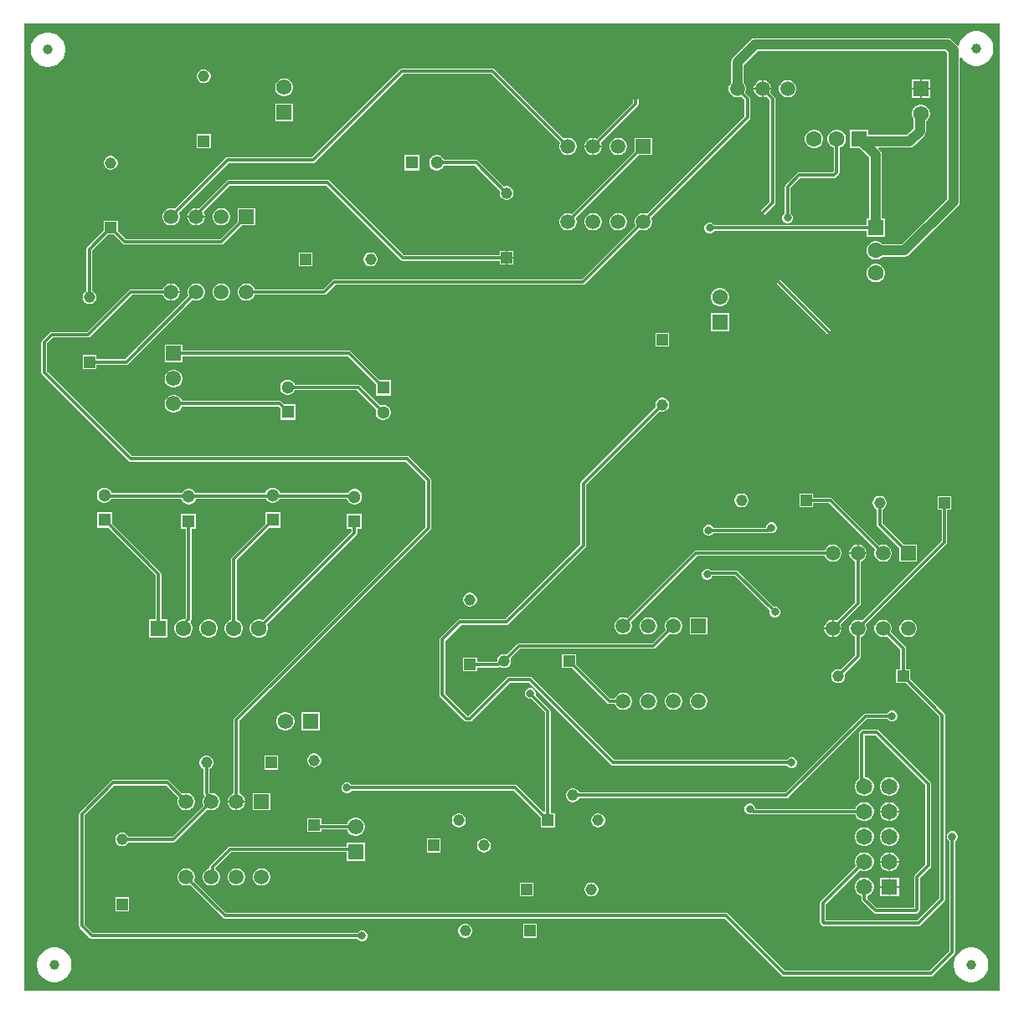
<source format=gtl>
G04*
G04 #@! TF.GenerationSoftware,Altium Limited,Altium Designer,23.0.1 (38)*
G04*
G04 Layer_Physical_Order=1*
G04 Layer_Color=255*
%FSLAX44Y44*%
%MOMM*%
G71*
G04*
G04 #@! TF.SameCoordinates,40E8D280-AE9E-4637-9913-6930DAB067FB*
G04*
G04*
G04 #@! TF.FilePolarity,Positive*
G04*
G01*
G75*
%ADD13C,0.3000*%
%ADD17C,1.1500*%
%ADD18R,1.1500X1.1500*%
%ADD24C,1.5700*%
%ADD25R,1.5700X1.5700*%
%ADD26R,1.5700X1.5700*%
%ADD30R,1.1500X1.1500*%
%ADD37C,1.0000*%
%ADD38C,1.0000*%
%ADD39R,1.5000X1.5000*%
%ADD40C,1.5000*%
%ADD41C,1.6000*%
%ADD42R,1.6000X1.6000*%
%ADD43C,1.6500*%
%ADD44R,1.6500X1.6500*%
%ADD45R,1.6000X1.6000*%
%ADD46C,1.3000*%
%ADD47R,1.3000X1.3000*%
%ADD48R,1.3000X1.3000*%
%ADD49R,1.5500X1.5500*%
%ADD50C,1.5500*%
%ADD51C,0.8000*%
G36*
X986506Y6634D02*
X284D01*
Y985236D01*
X986506D01*
Y6634D01*
D02*
G37*
%LPC*%
G36*
X964384Y977620D02*
X960936D01*
X957555Y976947D01*
X954371Y975628D01*
X951504Y973713D01*
X949067Y971276D01*
X947152Y968409D01*
X945833Y965225D01*
X945433Y963214D01*
X945045Y962997D01*
X944065Y962848D01*
X938463Y968450D01*
X936389Y969836D01*
X933942Y970323D01*
X739140D01*
X736694Y969836D01*
X734620Y968450D01*
X716840Y950670D01*
X715454Y948596D01*
X714967Y946150D01*
Y925490D01*
X714342Y924865D01*
X713188Y922865D01*
X712590Y920635D01*
Y918325D01*
X713188Y916095D01*
X714342Y914095D01*
X715975Y912462D01*
X717975Y911308D01*
X720205Y910710D01*
X722515D01*
X724745Y911308D01*
X725248Y911598D01*
X728696Y908150D01*
Y891440D01*
X629998Y792742D01*
X629495Y793032D01*
X627265Y793630D01*
X624955D01*
X622725Y793032D01*
X620725Y791878D01*
X619092Y790245D01*
X617938Y788245D01*
X617340Y786015D01*
Y783705D01*
X617938Y781475D01*
X618228Y780972D01*
X563980Y726724D01*
X313690D01*
X312609Y726509D01*
X311693Y725897D01*
X311693Y725897D01*
X302360Y716564D01*
X233113D01*
X232962Y717125D01*
X231808Y719125D01*
X230175Y720758D01*
X228175Y721912D01*
X225945Y722510D01*
X223635D01*
X221405Y721912D01*
X219405Y720758D01*
X217772Y719125D01*
X216618Y717125D01*
X216020Y714895D01*
Y712585D01*
X216618Y710355D01*
X217772Y708355D01*
X219405Y706722D01*
X221405Y705568D01*
X223635Y704970D01*
X225945D01*
X228175Y705568D01*
X230175Y706722D01*
X231808Y708355D01*
X232962Y710355D01*
X233113Y710916D01*
X303530D01*
X303530Y710916D01*
X304611Y711131D01*
X305527Y711743D01*
X314860Y721076D01*
X565150D01*
X565150Y721076D01*
X566231Y721291D01*
X567147Y721903D01*
X622222Y776978D01*
X622725Y776688D01*
X624955Y776090D01*
X627265D01*
X629495Y776688D01*
X631495Y777842D01*
X633128Y779475D01*
X634282Y781475D01*
X634880Y783705D01*
Y786015D01*
X634282Y788245D01*
X633992Y788748D01*
X733517Y888273D01*
X733517Y888273D01*
X734129Y889189D01*
X734344Y890270D01*
Y909320D01*
X734129Y910401D01*
X733517Y911317D01*
X733517Y911317D01*
X729242Y915592D01*
X729532Y916095D01*
X730130Y918325D01*
Y920635D01*
X729532Y922865D01*
X728378Y924865D01*
X727753Y925490D01*
Y943502D01*
X741788Y957537D01*
X931294D01*
X933407Y955424D01*
Y807828D01*
X887662Y762083D01*
X867777D01*
X866752Y763108D01*
X864638Y764328D01*
X862280Y764960D01*
X859840D01*
X857482Y764328D01*
X855368Y763108D01*
X853642Y761382D01*
X852422Y759268D01*
X851790Y756910D01*
Y754470D01*
X852422Y752112D01*
X853642Y749998D01*
X855368Y748272D01*
X857482Y747052D01*
X859840Y746420D01*
X862280D01*
X864638Y747052D01*
X866752Y748272D01*
X867777Y749297D01*
X890310D01*
X892756Y749784D01*
X894830Y751170D01*
X944320Y800660D01*
X945706Y802734D01*
X946193Y805180D01*
Y950980D01*
X947463Y951365D01*
X949067Y948964D01*
X951504Y946527D01*
X954371Y944612D01*
X957555Y943292D01*
X960936Y942620D01*
X964384D01*
X967765Y943292D01*
X970949Y944612D01*
X973816Y946527D01*
X976253Y948964D01*
X978168Y951831D01*
X979488Y955015D01*
X980160Y958396D01*
Y961844D01*
X979488Y965225D01*
X978168Y968409D01*
X976253Y971276D01*
X973816Y973713D01*
X970949Y975628D01*
X967765Y976947D01*
X964384Y977620D01*
D02*
G37*
G36*
X25854Y976350D02*
X22406D01*
X19025Y975677D01*
X15841Y974358D01*
X12974Y972443D01*
X10537Y970006D01*
X8622Y967139D01*
X7303Y963955D01*
X6630Y960574D01*
Y957126D01*
X7303Y953745D01*
X8622Y950561D01*
X10537Y947694D01*
X12974Y945257D01*
X15841Y943342D01*
X19025Y942022D01*
X22406Y941350D01*
X25854D01*
X29235Y942022D01*
X32419Y943342D01*
X35286Y945257D01*
X37723Y947694D01*
X39638Y950561D01*
X40957Y953745D01*
X41630Y957126D01*
Y960574D01*
X40957Y963955D01*
X39638Y967139D01*
X37723Y970006D01*
X35286Y972443D01*
X32419Y974358D01*
X29235Y975677D01*
X25854Y976350D01*
D02*
G37*
G36*
X182534Y938980D02*
X180686D01*
X178900Y938502D01*
X177300Y937577D01*
X175993Y936270D01*
X175068Y934670D01*
X174590Y932884D01*
Y931036D01*
X175068Y929250D01*
X175993Y927650D01*
X177300Y926343D01*
X178900Y925418D01*
X180686Y924940D01*
X182534D01*
X184320Y925418D01*
X185920Y926343D01*
X187227Y927650D01*
X188152Y929250D01*
X188630Y931036D01*
Y932884D01*
X188152Y934670D01*
X187227Y936270D01*
X185920Y937577D01*
X184320Y938502D01*
X182534Y938980D01*
D02*
G37*
G36*
X915900Y928600D02*
X907415D01*
Y920115D01*
X915900D01*
Y928600D01*
D02*
G37*
G36*
X747915Y928250D02*
X747395D01*
Y920115D01*
X755530D01*
Y920635D01*
X754932Y922865D01*
X753778Y924865D01*
X752145Y926498D01*
X750145Y927652D01*
X747915Y928250D01*
D02*
G37*
G36*
X746125D02*
X745605D01*
X743375Y927652D01*
X741375Y926498D01*
X739742Y924865D01*
X738588Y922865D01*
X737990Y920635D01*
Y920115D01*
X746125D01*
Y928250D01*
D02*
G37*
G36*
X906145Y928600D02*
X897660D01*
Y920115D01*
X906145D01*
Y928600D01*
D02*
G37*
G36*
X264091Y929870D02*
X261689D01*
X259370Y929249D01*
X257290Y928048D01*
X255592Y926350D01*
X254391Y924270D01*
X253770Y921951D01*
Y919549D01*
X254391Y917230D01*
X255592Y915150D01*
X257290Y913452D01*
X259370Y912252D01*
X261689Y911630D01*
X264091D01*
X266410Y912252D01*
X268490Y913452D01*
X270188Y915150D01*
X271388Y917230D01*
X272010Y919549D01*
Y921951D01*
X271388Y924270D01*
X270188Y926350D01*
X268490Y928048D01*
X266410Y929249D01*
X264091Y929870D01*
D02*
G37*
G36*
X773315Y928250D02*
X771005D01*
X768775Y927652D01*
X766775Y926498D01*
X765142Y924865D01*
X763988Y922865D01*
X763390Y920635D01*
Y918325D01*
X763988Y916095D01*
X765142Y914095D01*
X766775Y912462D01*
X768775Y911308D01*
X771005Y910710D01*
X773315D01*
X775545Y911308D01*
X777545Y912462D01*
X779178Y914095D01*
X780332Y916095D01*
X780930Y918325D01*
Y920635D01*
X780332Y922865D01*
X779178Y924865D01*
X777545Y926498D01*
X775545Y927652D01*
X773315Y928250D01*
D02*
G37*
G36*
X746125Y918845D02*
X737990D01*
Y918325D01*
X738588Y916095D01*
X739742Y914095D01*
X741375Y912462D01*
X743375Y911308D01*
X745605Y910710D01*
X746125D01*
Y918845D01*
D02*
G37*
G36*
X915900D02*
X907415D01*
Y910360D01*
X915900D01*
Y918845D01*
D02*
G37*
G36*
X906145D02*
X897660D01*
Y910360D01*
X906145D01*
Y918845D01*
D02*
G37*
G36*
X272010Y904470D02*
X253770D01*
Y886230D01*
X272010D01*
Y904470D01*
D02*
G37*
G36*
X907981Y903200D02*
X905579D01*
X903260Y902579D01*
X901180Y901378D01*
X899482Y899680D01*
X898281Y897600D01*
X897660Y895281D01*
Y892879D01*
X898281Y890560D01*
X899297Y888802D01*
Y879127D01*
X892702Y872533D01*
X853900D01*
Y877950D01*
X835360D01*
Y859410D01*
X844859D01*
X854667Y849602D01*
Y787860D01*
X851790D01*
Y781334D01*
X698203D01*
X698083Y781626D01*
X696535Y783173D01*
X694514Y784010D01*
X692326D01*
X690304Y783173D01*
X688757Y781626D01*
X687920Y779604D01*
Y777416D01*
X688757Y775395D01*
X690304Y773847D01*
X692326Y773010D01*
X694514D01*
X696535Y773847D01*
X698083Y775395D01*
X698203Y775686D01*
X851790D01*
Y769320D01*
X870330D01*
Y787860D01*
X867453D01*
Y852250D01*
X866966Y854696D01*
X865580Y856770D01*
X863777Y858574D01*
X864263Y859747D01*
X895350D01*
X897796Y860234D01*
X899870Y861620D01*
X910210Y871959D01*
X911596Y874033D01*
X912082Y876479D01*
Y886610D01*
X912380Y886782D01*
X914078Y888480D01*
X915278Y890560D01*
X915900Y892879D01*
Y895281D01*
X915278Y897600D01*
X914078Y899680D01*
X912380Y901378D01*
X910300Y902579D01*
X907981Y903200D01*
D02*
G37*
G36*
X618490Y914684D02*
X617409Y914469D01*
X616493Y913857D01*
X615881Y912941D01*
X615666Y911860D01*
Y905410D01*
X579198Y868942D01*
X578695Y869232D01*
X576465Y869830D01*
X575945D01*
Y861695D01*
X584080D01*
Y862215D01*
X583482Y864445D01*
X583192Y864948D01*
X620487Y902243D01*
X621099Y903159D01*
X621314Y904240D01*
X621314Y904240D01*
Y911860D01*
X621099Y912941D01*
X620487Y913857D01*
X619571Y914469D01*
X618490Y914684D01*
D02*
G37*
G36*
X574675Y869830D02*
X574155D01*
X571925Y869232D01*
X569925Y868078D01*
X568292Y866445D01*
X567138Y864445D01*
X566540Y862215D01*
Y861695D01*
X574675D01*
Y869830D01*
D02*
G37*
G36*
X800050Y877950D02*
X797610D01*
X795252Y877318D01*
X793138Y876098D01*
X791412Y874372D01*
X790192Y872258D01*
X789560Y869900D01*
Y867460D01*
X790192Y865102D01*
X791412Y862988D01*
X793138Y861262D01*
X795252Y860042D01*
X797610Y859410D01*
X800050D01*
X802408Y860042D01*
X804522Y861262D01*
X806248Y862988D01*
X807468Y865102D01*
X808100Y867460D01*
Y869900D01*
X807468Y872258D01*
X806248Y874372D01*
X804522Y876098D01*
X802408Y877318D01*
X800050Y877950D01*
D02*
G37*
G36*
X188630Y873380D02*
X174590D01*
Y859340D01*
X188630D01*
Y873380D01*
D02*
G37*
G36*
X601865Y869830D02*
X599555D01*
X597325Y869232D01*
X595325Y868078D01*
X593692Y866445D01*
X592538Y864445D01*
X591940Y862215D01*
Y859905D01*
X592538Y857675D01*
X593692Y855675D01*
X595325Y854042D01*
X597325Y852888D01*
X599555Y852290D01*
X601865D01*
X604095Y852888D01*
X606095Y854042D01*
X607728Y855675D01*
X608882Y857675D01*
X609480Y859905D01*
Y862215D01*
X608882Y864445D01*
X607728Y866445D01*
X606095Y868078D01*
X604095Y869232D01*
X601865Y869830D01*
D02*
G37*
G36*
X584080Y860425D02*
X575945D01*
Y852290D01*
X576465D01*
X578695Y852888D01*
X580695Y854042D01*
X582328Y855675D01*
X583482Y857675D01*
X584080Y859905D01*
Y860425D01*
D02*
G37*
G36*
X574675D02*
X566540D01*
Y859905D01*
X567138Y857675D01*
X568292Y855675D01*
X569925Y854042D01*
X571925Y852888D01*
X574155Y852290D01*
X574675D01*
Y860425D01*
D02*
G37*
G36*
X473710Y940084D02*
X473710Y940084D01*
X382270D01*
X381189Y939869D01*
X380273Y939257D01*
X290930Y849914D01*
X205740D01*
X205740Y849914D01*
X204659Y849699D01*
X203743Y849087D01*
X203743Y849087D01*
X152478Y797822D01*
X151975Y798112D01*
X149745Y798710D01*
X147435D01*
X145205Y798112D01*
X143205Y796958D01*
X141572Y795325D01*
X140418Y793325D01*
X139820Y791095D01*
Y788785D01*
X140418Y786555D01*
X141572Y784555D01*
X143205Y782922D01*
X145205Y781768D01*
X147435Y781170D01*
X149745D01*
X151975Y781768D01*
X153975Y782922D01*
X155608Y784555D01*
X156762Y786555D01*
X157360Y788785D01*
Y791095D01*
X156762Y793325D01*
X156472Y793828D01*
X206910Y844266D01*
X292100D01*
X292100Y844266D01*
X293181Y844481D01*
X294097Y845093D01*
X383440Y934436D01*
X472540D01*
X542028Y864948D01*
X541738Y864445D01*
X541140Y862215D01*
Y859905D01*
X541738Y857675D01*
X542892Y855675D01*
X544525Y854042D01*
X546525Y852888D01*
X548755Y852290D01*
X551065D01*
X553295Y852888D01*
X555295Y854042D01*
X556928Y855675D01*
X558082Y857675D01*
X558680Y859905D01*
Y862215D01*
X558082Y864445D01*
X556928Y866445D01*
X555295Y868078D01*
X553295Y869232D01*
X551065Y869830D01*
X548755D01*
X546525Y869232D01*
X546022Y868942D01*
X475707Y939257D01*
X474791Y939869D01*
X473710Y940084D01*
D02*
G37*
G36*
X88554Y851350D02*
X86706D01*
X84920Y850872D01*
X83320Y849947D01*
X82013Y848640D01*
X81088Y847040D01*
X80610Y845254D01*
Y843406D01*
X81088Y841620D01*
X82013Y840020D01*
X83320Y838713D01*
X84920Y837788D01*
X86706Y837310D01*
X88554D01*
X90340Y837788D01*
X91940Y838713D01*
X93247Y840020D01*
X94172Y841620D01*
X94650Y843406D01*
Y845254D01*
X94172Y847040D01*
X93247Y848640D01*
X91940Y849947D01*
X90340Y850872D01*
X88554Y851350D01*
D02*
G37*
G36*
X400200Y852320D02*
X384660D01*
Y836780D01*
X400200D01*
Y852320D01*
D02*
G37*
G36*
X822950Y877950D02*
X820510D01*
X818152Y877318D01*
X816038Y876098D01*
X814312Y874372D01*
X813092Y872258D01*
X812460Y869900D01*
Y867460D01*
X813092Y865102D01*
X814312Y862988D01*
X816038Y861262D01*
X818152Y860042D01*
X818906Y859840D01*
Y836019D01*
X817561Y834674D01*
X783590D01*
X782509Y834459D01*
X781593Y833847D01*
X770163Y822417D01*
X769551Y821501D01*
X769336Y820420D01*
X769336Y820420D01*
Y793453D01*
X769044Y793333D01*
X767497Y791786D01*
X766660Y789764D01*
Y787576D01*
X767497Y785555D01*
X769044Y784007D01*
X771066Y783170D01*
X773254D01*
X775275Y784007D01*
X776823Y785555D01*
X777660Y787576D01*
Y789764D01*
X776823Y791786D01*
X775275Y793333D01*
X774984Y793453D01*
Y819250D01*
X784760Y829026D01*
X818731D01*
X818731Y829026D01*
X819812Y829241D01*
X820728Y829853D01*
X823727Y832852D01*
X823727Y832852D01*
X824339Y833768D01*
X824554Y834849D01*
Y859840D01*
X825308Y860042D01*
X827422Y861262D01*
X829148Y862988D01*
X830368Y865102D01*
X831000Y867460D01*
Y869900D01*
X830368Y872258D01*
X829148Y874372D01*
X827422Y876098D01*
X825308Y877318D01*
X822950Y877950D01*
D02*
G37*
G36*
X306980Y827054D02*
X306980Y827054D01*
X207010D01*
X207010Y827054D01*
X205929Y826839D01*
X205013Y826227D01*
X205013Y826227D01*
X176999Y798213D01*
X175145Y798710D01*
X174625D01*
Y790575D01*
X182760D01*
Y791095D01*
X182162Y793325D01*
X181407Y794633D01*
X208180Y821406D01*
X305810D01*
X380963Y746253D01*
X380963Y746253D01*
X381879Y745641D01*
X382960Y745426D01*
X480660D01*
Y741230D01*
X487045D01*
Y748250D01*
Y755270D01*
X480660D01*
Y751074D01*
X384130D01*
X308977Y826227D01*
X308061Y826839D01*
X306980Y827054D01*
D02*
G37*
G36*
X418453Y852320D02*
X416407D01*
X414431Y851790D01*
X412659Y850768D01*
X411213Y849321D01*
X410190Y847549D01*
X409660Y845573D01*
Y843527D01*
X410190Y841551D01*
X411213Y839779D01*
X412659Y838333D01*
X414431Y837309D01*
X416407Y836780D01*
X418453D01*
X420429Y837309D01*
X422201Y838333D01*
X423647Y839779D01*
X424670Y841551D01*
X424717Y841726D01*
X455810D01*
X481104Y816432D01*
X480660Y814774D01*
Y812926D01*
X481138Y811140D01*
X482063Y809540D01*
X483370Y808233D01*
X484970Y807308D01*
X486756Y806830D01*
X488604D01*
X490390Y807308D01*
X491990Y808233D01*
X493297Y809540D01*
X494222Y811140D01*
X494700Y812926D01*
Y814774D01*
X494222Y816560D01*
X493297Y818160D01*
X491990Y819467D01*
X490390Y820392D01*
X488604Y820870D01*
X486756D01*
X485098Y820426D01*
X458977Y846547D01*
X458061Y847159D01*
X456980Y847374D01*
X456980Y847374D01*
X424717D01*
X424670Y847549D01*
X423647Y849321D01*
X422201Y850768D01*
X420429Y851790D01*
X418453Y852320D01*
D02*
G37*
G36*
X634880Y869830D02*
X617340D01*
Y856284D01*
X553798Y792742D01*
X553295Y793032D01*
X551065Y793630D01*
X548755D01*
X546525Y793032D01*
X544525Y791878D01*
X542892Y790245D01*
X541738Y788245D01*
X541140Y786015D01*
Y783705D01*
X541738Y781475D01*
X542892Y779475D01*
X544525Y777842D01*
X546525Y776688D01*
X548755Y776090D01*
X551065D01*
X553295Y776688D01*
X555295Y777842D01*
X556928Y779475D01*
X558082Y781475D01*
X558680Y783705D01*
Y786015D01*
X558082Y788245D01*
X557792Y788748D01*
X621334Y852290D01*
X634880D01*
Y869830D01*
D02*
G37*
G36*
X173355Y798710D02*
X172835D01*
X170605Y798112D01*
X168605Y796958D01*
X166972Y795325D01*
X165818Y793325D01*
X165220Y791095D01*
Y790575D01*
X173355D01*
Y798710D01*
D02*
G37*
G36*
X755530Y918845D02*
X747395D01*
Y910710D01*
X747915D01*
X750145Y911308D01*
X750648Y911598D01*
X754096Y908150D01*
Y805080D01*
X742223Y793207D01*
X741611Y792291D01*
X741396Y791210D01*
X741611Y790129D01*
X742223Y789213D01*
X743139Y788601D01*
X744220Y788386D01*
X745301Y788601D01*
X746217Y789213D01*
X758917Y801913D01*
X758917Y801913D01*
X759529Y802829D01*
X759744Y803910D01*
X759744Y803910D01*
Y909320D01*
X759529Y910401D01*
X758917Y911317D01*
X758917Y911317D01*
X754642Y915592D01*
X754932Y916095D01*
X755530Y918325D01*
Y918845D01*
D02*
G37*
G36*
X200545Y798710D02*
X198235D01*
X196005Y798112D01*
X194005Y796958D01*
X192372Y795325D01*
X191218Y793325D01*
X190620Y791095D01*
Y788785D01*
X191218Y786555D01*
X192372Y784555D01*
X194005Y782922D01*
X196005Y781768D01*
X198235Y781170D01*
X200545D01*
X202775Y781768D01*
X204775Y782922D01*
X206408Y784555D01*
X207562Y786555D01*
X208160Y788785D01*
Y791095D01*
X207562Y793325D01*
X206408Y795325D01*
X204775Y796958D01*
X202775Y798112D01*
X200545Y798710D01*
D02*
G37*
G36*
X182760Y789305D02*
X174625D01*
Y781170D01*
X175145D01*
X177375Y781768D01*
X179375Y782922D01*
X181008Y784555D01*
X182162Y786555D01*
X182760Y788785D01*
Y789305D01*
D02*
G37*
G36*
X173355D02*
X165220D01*
Y788785D01*
X165818Y786555D01*
X166972Y784555D01*
X168605Y782922D01*
X170605Y781768D01*
X172835Y781170D01*
X173355D01*
Y789305D01*
D02*
G37*
G36*
X601865Y793630D02*
X599555D01*
X597325Y793032D01*
X595325Y791878D01*
X593692Y790245D01*
X592538Y788245D01*
X591940Y786015D01*
Y783705D01*
X592538Y781475D01*
X593692Y779475D01*
X595325Y777842D01*
X597325Y776688D01*
X599555Y776090D01*
X601865D01*
X604095Y776688D01*
X606095Y777842D01*
X607728Y779475D01*
X608882Y781475D01*
X609480Y783705D01*
Y786015D01*
X608882Y788245D01*
X607728Y790245D01*
X606095Y791878D01*
X604095Y793032D01*
X601865Y793630D01*
D02*
G37*
G36*
X576465D02*
X574155D01*
X571925Y793032D01*
X569925Y791878D01*
X568292Y790245D01*
X567138Y788245D01*
X566540Y786015D01*
Y783705D01*
X567138Y781475D01*
X568292Y779475D01*
X569925Y777842D01*
X571925Y776688D01*
X574155Y776090D01*
X576465D01*
X578695Y776688D01*
X580695Y777842D01*
X582328Y779475D01*
X583482Y781475D01*
X584080Y783705D01*
Y786015D01*
X583482Y788245D01*
X582328Y790245D01*
X580695Y791878D01*
X578695Y793032D01*
X576465Y793630D01*
D02*
G37*
G36*
X233560Y798710D02*
X216020D01*
Y785164D01*
X198220Y767364D01*
X102990D01*
X94650Y775704D01*
Y785750D01*
X80610D01*
Y775704D01*
X64043Y759137D01*
X63431Y758221D01*
X63216Y757140D01*
X63216Y757140D01*
Y714915D01*
X61730Y714057D01*
X60423Y712750D01*
X59498Y711150D01*
X59020Y709364D01*
Y707516D01*
X59498Y705730D01*
X60423Y704130D01*
X61730Y702823D01*
X63330Y701898D01*
X65116Y701420D01*
X66964D01*
X68750Y701898D01*
X70350Y702823D01*
X71657Y704130D01*
X72582Y705730D01*
X73060Y707516D01*
Y709364D01*
X72582Y711150D01*
X71657Y712750D01*
X70350Y714057D01*
X68864Y714915D01*
Y755970D01*
X84604Y771710D01*
X90656D01*
X99823Y762543D01*
X100739Y761931D01*
X101820Y761716D01*
X101820Y761716D01*
X199390D01*
X199390Y761716D01*
X200471Y761931D01*
X201387Y762543D01*
X220014Y781170D01*
X233560D01*
Y798710D01*
D02*
G37*
G36*
X494700Y755270D02*
X488315D01*
Y748885D01*
X494700D01*
Y755270D01*
D02*
G37*
G36*
Y747615D02*
X488315D01*
Y741230D01*
X494700D01*
Y747615D01*
D02*
G37*
G36*
X351224Y753780D02*
X349376D01*
X347590Y753302D01*
X345990Y752377D01*
X344683Y751070D01*
X343758Y749470D01*
X343280Y747684D01*
Y745836D01*
X343758Y744050D01*
X344683Y742450D01*
X345990Y741143D01*
X347590Y740218D01*
X349376Y739740D01*
X351224D01*
X353010Y740218D01*
X354610Y741143D01*
X355917Y742450D01*
X356842Y744050D01*
X357320Y745836D01*
Y747684D01*
X356842Y749470D01*
X355917Y751070D01*
X354610Y752377D01*
X353010Y753302D01*
X351224Y753780D01*
D02*
G37*
G36*
X291720D02*
X277680D01*
Y739740D01*
X291720D01*
Y753780D01*
D02*
G37*
G36*
X862280Y742060D02*
X859840D01*
X857482Y741428D01*
X855368Y740208D01*
X853642Y738482D01*
X852422Y736368D01*
X851790Y734010D01*
Y731570D01*
X852422Y729212D01*
X853642Y727098D01*
X855368Y725372D01*
X857482Y724152D01*
X859840Y723520D01*
X862280D01*
X864638Y724152D01*
X866752Y725372D01*
X868478Y727098D01*
X869698Y729212D01*
X870330Y731570D01*
Y734010D01*
X869698Y736368D01*
X868478Y738482D01*
X866752Y740208D01*
X864638Y741428D01*
X862280Y742060D01*
D02*
G37*
G36*
X147955Y722510D02*
X147435D01*
X145205Y721912D01*
X143205Y720758D01*
X141572Y719125D01*
X140418Y717125D01*
X140267Y716564D01*
X108096D01*
X108096Y716564D01*
X107015Y716349D01*
X106099Y715737D01*
X63746Y673384D01*
X27940D01*
X26859Y673169D01*
X25943Y672557D01*
X18323Y664937D01*
X17711Y664021D01*
X17496Y662940D01*
X17496Y662940D01*
Y632460D01*
X17496Y632460D01*
X17711Y631379D01*
X18323Y630463D01*
X105953Y542833D01*
X105953Y542833D01*
X106869Y542221D01*
X107950Y542006D01*
X107950Y542006D01*
X386180D01*
X406116Y522070D01*
Y476150D01*
X212633Y282667D01*
X212021Y281751D01*
X211806Y280670D01*
X211806Y280670D01*
Y206443D01*
X211245Y206292D01*
X209245Y205138D01*
X207612Y203505D01*
X206458Y201505D01*
X205860Y199275D01*
Y198755D01*
X214630D01*
X223400D01*
Y199275D01*
X222802Y201505D01*
X221648Y203505D01*
X220015Y205138D01*
X218015Y206292D01*
X217454Y206443D01*
Y279500D01*
X410937Y472983D01*
X410937Y472983D01*
X411549Y473899D01*
X411764Y474980D01*
X411764Y474980D01*
Y523240D01*
X411764Y523240D01*
X411549Y524321D01*
X410937Y525237D01*
X410937Y525237D01*
X389347Y546827D01*
X388431Y547439D01*
X387350Y547654D01*
X387350Y547654D01*
X109120D01*
X23144Y633630D01*
Y661770D01*
X29110Y667736D01*
X64916D01*
X64916Y667736D01*
X65997Y667951D01*
X66913Y668563D01*
X109266Y710916D01*
X140267D01*
X140418Y710355D01*
X141572Y708355D01*
X143205Y706722D01*
X145205Y705568D01*
X147435Y704970D01*
X147955D01*
Y713740D01*
Y722510D01*
D02*
G37*
G36*
X149745D02*
X149225D01*
Y714375D01*
X157360D01*
Y714895D01*
X156762Y717125D01*
X155608Y719125D01*
X153975Y720758D01*
X151975Y721912D01*
X149745Y722510D01*
D02*
G37*
G36*
X200545D02*
X198235D01*
X196005Y721912D01*
X194005Y720758D01*
X192372Y719125D01*
X191218Y717125D01*
X190620Y714895D01*
Y712585D01*
X191218Y710355D01*
X192372Y708355D01*
X194005Y706722D01*
X196005Y705568D01*
X198235Y704970D01*
X200545D01*
X202775Y705568D01*
X204775Y706722D01*
X206408Y708355D01*
X207562Y710355D01*
X208160Y712585D01*
Y714895D01*
X207562Y717125D01*
X206408Y719125D01*
X204775Y720758D01*
X202775Y721912D01*
X200545Y722510D01*
D02*
G37*
G36*
X175145D02*
X172835D01*
X170605Y721912D01*
X168605Y720758D01*
X166972Y719125D01*
X165818Y717125D01*
X165220Y714895D01*
Y712585D01*
X165818Y710355D01*
X166108Y709852D01*
X101920Y645664D01*
X73060D01*
Y649860D01*
X59020D01*
Y635820D01*
X73060D01*
Y640016D01*
X103090D01*
X103090Y640016D01*
X104171Y640231D01*
X105087Y640843D01*
X170102Y705858D01*
X170605Y705568D01*
X172835Y704970D01*
X175145D01*
X177375Y705568D01*
X179375Y706722D01*
X181008Y708355D01*
X182162Y710355D01*
X182760Y712585D01*
Y714895D01*
X182162Y717125D01*
X181008Y719125D01*
X179375Y720758D01*
X177375Y721912D01*
X175145Y722510D01*
D02*
G37*
G36*
X157360Y713105D02*
X149225D01*
Y704970D01*
X149745D01*
X151975Y705568D01*
X153975Y706722D01*
X155608Y708355D01*
X156762Y710355D01*
X157360Y712585D01*
Y713105D01*
D02*
G37*
G36*
X704781Y717780D02*
X702379D01*
X700060Y717159D01*
X697980Y715958D01*
X696282Y714260D01*
X695081Y712180D01*
X694460Y709861D01*
Y707459D01*
X695081Y705140D01*
X696282Y703060D01*
X697980Y701362D01*
X700060Y700162D01*
X702379Y699540D01*
X704781D01*
X707100Y700162D01*
X709180Y701362D01*
X710878Y703060D01*
X712078Y705140D01*
X712700Y707459D01*
Y709861D01*
X712078Y712180D01*
X710878Y714260D01*
X709180Y715958D01*
X707100Y717159D01*
X704781Y717780D01*
D02*
G37*
G36*
X712700Y692380D02*
X694460D01*
Y674140D01*
X712700D01*
Y692380D01*
D02*
G37*
G36*
X760730Y729264D02*
X759649Y729049D01*
X758733Y728437D01*
X758121Y727521D01*
X757906Y726440D01*
X758121Y725359D01*
X758733Y724443D01*
X814613Y668563D01*
X815529Y667951D01*
X816610Y667736D01*
X817691Y667951D01*
X818607Y668563D01*
X819219Y669479D01*
X819434Y670560D01*
X819219Y671641D01*
X818607Y672557D01*
X762727Y728437D01*
X761811Y729049D01*
X760730Y729264D01*
D02*
G37*
G36*
X652180Y672280D02*
X638140D01*
Y658240D01*
X652180D01*
Y672280D01*
D02*
G37*
G36*
X152317Y635130D02*
X149943D01*
X147648Y634515D01*
X145592Y633328D01*
X143912Y631648D01*
X142725Y629592D01*
X142110Y627298D01*
Y624922D01*
X142725Y622628D01*
X143912Y620572D01*
X145592Y618892D01*
X147648Y617705D01*
X149943Y617090D01*
X152317D01*
X154612Y617705D01*
X156668Y618892D01*
X158348Y620572D01*
X159535Y622628D01*
X160150Y624922D01*
Y627298D01*
X159535Y629592D01*
X158348Y631648D01*
X156668Y633328D01*
X154612Y634515D01*
X152317Y635130D01*
D02*
G37*
G36*
X160150Y660530D02*
X142110D01*
Y642490D01*
X160150D01*
Y648686D01*
X327360D01*
X355450Y620596D01*
Y609050D01*
X370990D01*
Y624590D01*
X359444D01*
X330527Y653507D01*
X329611Y654119D01*
X328530Y654334D01*
X328530Y654334D01*
X160150D01*
Y660530D01*
D02*
G37*
G36*
X646084Y606680D02*
X644236D01*
X642450Y606202D01*
X640850Y605277D01*
X639543Y603970D01*
X638618Y602370D01*
X638140Y600584D01*
Y598736D01*
X638584Y597078D01*
X563563Y522057D01*
X562951Y521141D01*
X562736Y520060D01*
X562736Y520060D01*
Y458682D01*
X486609Y382554D01*
X440690D01*
X439609Y382339D01*
X438693Y381727D01*
X438693Y381727D01*
X420913Y363947D01*
X420301Y363031D01*
X420086Y361950D01*
X420086Y361950D01*
Y306070D01*
X420086Y306070D01*
X420301Y304989D01*
X420913Y304073D01*
X445043Y279943D01*
X445959Y279331D01*
X447040Y279116D01*
X447040Y279116D01*
X450850D01*
X450850Y279116D01*
X451931Y279331D01*
X452847Y279943D01*
X491390Y318486D01*
X510640D01*
X593633Y235493D01*
X593633Y235493D01*
X594549Y234881D01*
X595630Y234666D01*
X595630Y234666D01*
X771187D01*
X771307Y234375D01*
X772855Y232827D01*
X774876Y231990D01*
X777064D01*
X779085Y232827D01*
X780633Y234375D01*
X781470Y236396D01*
Y238584D01*
X780633Y240606D01*
X779085Y242153D01*
X777064Y242990D01*
X774876D01*
X772855Y242153D01*
X771307Y240606D01*
X771187Y240314D01*
X596800D01*
X513807Y323307D01*
X512891Y323919D01*
X511810Y324134D01*
X511810Y324134D01*
X490220D01*
X490220Y324134D01*
X489139Y323919D01*
X488223Y323307D01*
X449680Y284764D01*
X448210D01*
X425734Y307240D01*
Y360780D01*
X441860Y376906D01*
X487778D01*
X487778Y376906D01*
X488859Y377121D01*
X489776Y377733D01*
X567557Y455515D01*
X568170Y456431D01*
X568385Y457512D01*
X568385Y457512D01*
Y518890D01*
X642578Y593084D01*
X644236Y592640D01*
X646084D01*
X647870Y593118D01*
X649470Y594043D01*
X650777Y595350D01*
X651702Y596950D01*
X652180Y598736D01*
Y600584D01*
X651702Y602370D01*
X650777Y603970D01*
X649470Y605277D01*
X647870Y606202D01*
X646084Y606680D01*
D02*
G37*
G36*
X152317Y609730D02*
X149943D01*
X147648Y609115D01*
X145592Y607928D01*
X143912Y606248D01*
X142725Y604192D01*
X142110Y601898D01*
Y599523D01*
X142725Y597228D01*
X143912Y595172D01*
X145592Y593492D01*
X147648Y592305D01*
X149943Y591690D01*
X152317D01*
X154612Y592305D01*
X156668Y593492D01*
X158348Y595172D01*
X159535Y597228D01*
X159711Y597886D01*
X257040D01*
X258930Y595996D01*
Y584450D01*
X274470D01*
Y599990D01*
X262924D01*
X260207Y602707D01*
X259291Y603319D01*
X258210Y603534D01*
X258210Y603534D01*
X159711D01*
X159535Y604192D01*
X158348Y606248D01*
X156668Y607928D01*
X154612Y609115D01*
X152317Y609730D01*
D02*
G37*
G36*
X267723Y624990D02*
X265677D01*
X263701Y624460D01*
X261929Y623438D01*
X260483Y621991D01*
X259459Y620219D01*
X258930Y618243D01*
Y616197D01*
X259459Y614221D01*
X260483Y612449D01*
X261929Y611003D01*
X263701Y609980D01*
X265677Y609450D01*
X267723D01*
X269699Y609980D01*
X271471Y611003D01*
X272917Y612449D01*
X273941Y614221D01*
X273987Y614396D01*
X336650D01*
X356070Y594976D01*
X355979Y594819D01*
X355450Y592843D01*
Y590797D01*
X355979Y588821D01*
X357002Y587049D01*
X358449Y585602D01*
X360221Y584580D01*
X362197Y584050D01*
X364243D01*
X366219Y584580D01*
X367991Y585602D01*
X369437Y587049D01*
X370461Y588821D01*
X370990Y590797D01*
Y592843D01*
X370461Y594819D01*
X369437Y596591D01*
X367991Y598037D01*
X366219Y599061D01*
X364243Y599590D01*
X362197D01*
X360221Y599061D01*
X360064Y598970D01*
X339817Y619217D01*
X338901Y619829D01*
X337820Y620044D01*
X337820Y620044D01*
X273987D01*
X273941Y620219D01*
X272917Y621991D01*
X271471Y623438D01*
X269699Y624460D01*
X267723Y624990D01*
D02*
G37*
G36*
X252483Y515770D02*
X250437D01*
X248461Y515241D01*
X246689Y514217D01*
X245243Y512771D01*
X244219Y510999D01*
X244002Y510189D01*
X173345D01*
X172588Y511501D01*
X171141Y512948D01*
X169369Y513970D01*
X167393Y514500D01*
X165347D01*
X163371Y513970D01*
X161599Y512948D01*
X160152Y511501D01*
X159395Y510189D01*
X88737D01*
X88520Y510999D01*
X87498Y512771D01*
X86051Y514217D01*
X84279Y515241D01*
X82303Y515770D01*
X80257D01*
X78281Y515241D01*
X76509Y514217D01*
X75062Y512771D01*
X74040Y510999D01*
X73510Y509023D01*
Y506977D01*
X74040Y505001D01*
X75062Y503229D01*
X76509Y501782D01*
X78281Y500760D01*
X80257Y500230D01*
X82303D01*
X84279Y500760D01*
X86051Y501782D01*
X87498Y503229D01*
X88255Y504541D01*
X158912D01*
X159129Y503731D01*
X160152Y501959D01*
X161599Y500513D01*
X163371Y499490D01*
X165347Y498960D01*
X167393D01*
X169369Y499490D01*
X171141Y500513D01*
X172588Y501959D01*
X173610Y503731D01*
X173827Y504541D01*
X244485D01*
X245243Y503229D01*
X246689Y501782D01*
X248461Y500760D01*
X250437Y500230D01*
X252483D01*
X254459Y500760D01*
X256231Y501782D01*
X257677Y503229D01*
X258377Y504441D01*
X326526D01*
X326769Y503531D01*
X327793Y501759D01*
X329239Y500312D01*
X331011Y499290D01*
X332987Y498760D01*
X335033D01*
X337009Y499290D01*
X338781Y500312D01*
X340228Y501759D01*
X341250Y503531D01*
X341780Y505507D01*
Y507553D01*
X341250Y509529D01*
X340228Y511301D01*
X338781Y512747D01*
X337009Y513770D01*
X335033Y514300D01*
X332987D01*
X331011Y513770D01*
X329239Y512747D01*
X327793Y511301D01*
X327093Y510089D01*
X258944D01*
X258701Y510999D01*
X257677Y512771D01*
X256231Y514217D01*
X254459Y515241D01*
X252483Y515770D01*
D02*
G37*
G36*
X726314Y509940D02*
X724466D01*
X722680Y509462D01*
X721080Y508537D01*
X719773Y507230D01*
X718848Y505630D01*
X718370Y503844D01*
Y501996D01*
X718848Y500210D01*
X719773Y498610D01*
X721080Y497303D01*
X722680Y496378D01*
X724466Y495900D01*
X726314D01*
X728100Y496378D01*
X729700Y497303D01*
X731007Y498610D01*
X731932Y500210D01*
X732410Y501996D01*
Y503844D01*
X731932Y505630D01*
X731007Y507230D01*
X729700Y508537D01*
X728100Y509462D01*
X726314Y509940D01*
D02*
G37*
G36*
X756744Y480480D02*
X754556D01*
X752534Y479643D01*
X750987Y478096D01*
X750150Y476074D01*
Y475264D01*
X696933D01*
X696813Y475555D01*
X695266Y477103D01*
X693244Y477940D01*
X691056D01*
X689035Y477103D01*
X687487Y475555D01*
X686650Y473534D01*
Y471346D01*
X687487Y469324D01*
X689035Y467777D01*
X691056Y466940D01*
X693244D01*
X695266Y467777D01*
X696813Y469324D01*
X696933Y469616D01*
X751757D01*
X751757Y469616D01*
X752838Y469831D01*
X753171Y470054D01*
X754556Y469480D01*
X756744D01*
X758765Y470317D01*
X760313Y471865D01*
X761150Y473886D01*
Y476074D01*
X760313Y478096D01*
X758765Y479643D01*
X756744Y480480D01*
D02*
G37*
G36*
X844435Y458350D02*
X843915D01*
Y450215D01*
X852050D01*
Y450735D01*
X851452Y452965D01*
X850298Y454965D01*
X848665Y456598D01*
X846665Y457752D01*
X844435Y458350D01*
D02*
G37*
G36*
X842645D02*
X842125D01*
X839895Y457752D01*
X837895Y456598D01*
X836262Y454965D01*
X835108Y452965D01*
X834510Y450735D01*
Y450215D01*
X842645D01*
Y458350D01*
D02*
G37*
G36*
X866014Y507400D02*
X864166D01*
X862380Y506922D01*
X860780Y505997D01*
X859473Y504690D01*
X858548Y503090D01*
X858070Y501304D01*
Y499456D01*
X858548Y497670D01*
X859473Y496070D01*
X860780Y494763D01*
X862266Y493905D01*
Y478570D01*
X862266Y478570D01*
X862481Y477489D01*
X863093Y476573D01*
X885310Y454356D01*
Y440810D01*
X902850D01*
Y458350D01*
X889304D01*
X867914Y479740D01*
Y493905D01*
X869400Y494763D01*
X870707Y496070D01*
X871632Y497670D01*
X872110Y499456D01*
Y501304D01*
X871632Y503090D01*
X870707Y504690D01*
X869400Y505997D01*
X867800Y506922D01*
X866014Y507400D01*
D02*
G37*
G36*
X798010Y509940D02*
X783970D01*
Y495900D01*
X798010D01*
Y500096D01*
X814170D01*
X860798Y453468D01*
X860508Y452965D01*
X859910Y450735D01*
Y448425D01*
X860508Y446195D01*
X861662Y444195D01*
X863295Y442562D01*
X865295Y441408D01*
X867525Y440810D01*
X869835D01*
X872065Y441408D01*
X874065Y442562D01*
X875698Y444195D01*
X876852Y446195D01*
X877450Y448425D01*
Y450735D01*
X876852Y452965D01*
X875698Y454965D01*
X874065Y456598D01*
X872065Y457752D01*
X869835Y458350D01*
X867525D01*
X865295Y457752D01*
X864792Y457462D01*
X817337Y504917D01*
X816421Y505529D01*
X815340Y505744D01*
X815340Y505744D01*
X798010D01*
Y509940D01*
D02*
G37*
G36*
X819035Y458350D02*
X816725D01*
X814495Y457752D01*
X812495Y456598D01*
X810862Y454965D01*
X809708Y452965D01*
X809557Y452404D01*
X679450D01*
X678369Y452189D01*
X677453Y451577D01*
X677453Y451577D01*
X609678Y383802D01*
X609175Y384092D01*
X606945Y384690D01*
X604635D01*
X602405Y384092D01*
X600405Y382938D01*
X598772Y381305D01*
X597618Y379305D01*
X597020Y377075D01*
Y374765D01*
X597618Y372535D01*
X598772Y370535D01*
X600405Y368902D01*
X602405Y367748D01*
X604635Y367150D01*
X606945D01*
X609175Y367748D01*
X611175Y368902D01*
X612808Y370535D01*
X613962Y372535D01*
X614560Y374765D01*
Y377075D01*
X613962Y379305D01*
X613672Y379808D01*
X680620Y446756D01*
X809557D01*
X809708Y446195D01*
X810862Y444195D01*
X812495Y442562D01*
X814495Y441408D01*
X816725Y440810D01*
X819035D01*
X821265Y441408D01*
X823265Y442562D01*
X824898Y444195D01*
X826052Y446195D01*
X826650Y448425D01*
Y450735D01*
X826052Y452965D01*
X824898Y454965D01*
X823265Y456598D01*
X821265Y457752D01*
X819035Y458350D01*
D02*
G37*
G36*
X451774Y409390D02*
X449926D01*
X448140Y408912D01*
X446540Y407987D01*
X445233Y406680D01*
X444308Y405080D01*
X443830Y403294D01*
Y401446D01*
X444308Y399660D01*
X445233Y398060D01*
X446540Y396753D01*
X448140Y395828D01*
X449926Y395350D01*
X451774D01*
X453560Y395828D01*
X455160Y396753D01*
X456467Y398060D01*
X457392Y399660D01*
X457870Y401446D01*
Y403294D01*
X457392Y405080D01*
X456467Y406680D01*
X455160Y407987D01*
X453560Y408912D01*
X451774Y409390D01*
D02*
G37*
G36*
X691974Y433490D02*
X689786D01*
X687765Y432653D01*
X686217Y431105D01*
X685380Y429084D01*
Y426896D01*
X686217Y424874D01*
X687765Y423327D01*
X689786Y422490D01*
X691974D01*
X693996Y423327D01*
X695543Y424874D01*
X696189Y426436D01*
X718920D01*
X754081Y391275D01*
X753960Y390984D01*
Y388796D01*
X754797Y386774D01*
X756345Y385227D01*
X758366Y384390D01*
X760554D01*
X762576Y385227D01*
X764123Y386774D01*
X764960Y388796D01*
Y390984D01*
X764123Y393005D01*
X762576Y394553D01*
X760554Y395390D01*
X758366D01*
X758075Y395269D01*
X722087Y431257D01*
X721171Y431869D01*
X720090Y432084D01*
X720090Y432084D01*
X694564D01*
X693996Y432653D01*
X691974Y433490D01*
D02*
G37*
G36*
X174140Y489500D02*
X158600D01*
Y473960D01*
X163546D01*
Y383440D01*
X162604Y382625D01*
X162510Y382650D01*
X160070D01*
X157712Y382018D01*
X155598Y380798D01*
X153872Y379072D01*
X152652Y376958D01*
X152020Y374600D01*
Y372160D01*
X152652Y369802D01*
X153872Y367688D01*
X155598Y365962D01*
X157712Y364742D01*
X160070Y364110D01*
X162510D01*
X164868Y364742D01*
X166982Y365962D01*
X168708Y367688D01*
X169928Y369802D01*
X170560Y372160D01*
Y374600D01*
X169928Y376958D01*
X168708Y379072D01*
X168665Y379114D01*
X168367Y380251D01*
X168979Y381168D01*
X169194Y382248D01*
X169194Y382248D01*
Y473960D01*
X174140D01*
Y489500D01*
D02*
G37*
G36*
X341780Y489300D02*
X326240D01*
Y473760D01*
X331186D01*
Y471070D01*
X241744Y381628D01*
X241068Y382018D01*
X238710Y382650D01*
X236270D01*
X233912Y382018D01*
X231798Y380798D01*
X230072Y379072D01*
X228852Y376958D01*
X228220Y374600D01*
Y372160D01*
X228852Y369802D01*
X230072Y367688D01*
X231798Y365962D01*
X233912Y364742D01*
X236270Y364110D01*
X238710D01*
X241068Y364742D01*
X243182Y365962D01*
X244908Y367688D01*
X246128Y369802D01*
X246760Y372160D01*
Y374600D01*
X246128Y376958D01*
X245738Y377634D01*
X336007Y467903D01*
X336007Y467903D01*
X336619Y468819D01*
X336834Y469900D01*
X336834Y469900D01*
Y473760D01*
X341780D01*
Y489300D01*
D02*
G37*
G36*
X937710Y507400D02*
X923670D01*
Y493360D01*
X927866D01*
Y461960D01*
X847168Y381262D01*
X846665Y381552D01*
X844435Y382150D01*
X842125D01*
X839895Y381552D01*
X837895Y380398D01*
X836262Y378765D01*
X835108Y376765D01*
X834510Y374535D01*
Y372225D01*
X835108Y369995D01*
X836262Y367995D01*
X837895Y366362D01*
X839895Y365208D01*
X840456Y365057D01*
Y346390D01*
X825762Y331696D01*
X824104Y332140D01*
X822256D01*
X820470Y331662D01*
X818870Y330737D01*
X817563Y329430D01*
X816638Y327830D01*
X816160Y326044D01*
Y324196D01*
X816638Y322410D01*
X817563Y320810D01*
X818870Y319503D01*
X820470Y318578D01*
X822256Y318100D01*
X824104D01*
X825890Y318578D01*
X827490Y319503D01*
X828797Y320810D01*
X829722Y322410D01*
X830200Y324196D01*
Y326044D01*
X829756Y327702D01*
X845277Y343223D01*
X845277Y343223D01*
X845889Y344139D01*
X846104Y345220D01*
Y365057D01*
X846665Y365208D01*
X848665Y366362D01*
X850298Y367995D01*
X851452Y369995D01*
X852050Y372225D01*
Y374535D01*
X851452Y376765D01*
X851162Y377268D01*
X932687Y458793D01*
X932687Y458793D01*
X933299Y459709D01*
X933514Y460790D01*
Y493360D01*
X937710D01*
Y507400D01*
D02*
G37*
G36*
X852050Y448945D02*
X843280D01*
X834510D01*
Y448425D01*
X835108Y446195D01*
X836262Y444195D01*
X837895Y442562D01*
X839895Y441408D01*
X840456Y441257D01*
Y399950D01*
X821768Y381262D01*
X821265Y381552D01*
X819035Y382150D01*
X818515D01*
Y374015D01*
X826650D01*
Y374535D01*
X826052Y376765D01*
X825762Y377268D01*
X845277Y396783D01*
X845277Y396783D01*
X845889Y397699D01*
X846104Y398780D01*
X846104Y398780D01*
Y441257D01*
X846665Y441408D01*
X848665Y442562D01*
X850298Y444195D01*
X851452Y446195D01*
X852050Y448425D01*
Y448945D01*
D02*
G37*
G36*
X817245Y382150D02*
X816725D01*
X814495Y381552D01*
X812495Y380398D01*
X810862Y378765D01*
X809708Y376765D01*
X809110Y374535D01*
Y374015D01*
X817245D01*
Y382150D01*
D02*
G37*
G36*
X690760Y384690D02*
X673220D01*
Y367150D01*
X690760D01*
Y384690D01*
D02*
G37*
G36*
X657745D02*
X655435D01*
X653205Y384092D01*
X651205Y382938D01*
X649572Y381305D01*
X648418Y379305D01*
X647820Y377075D01*
Y374765D01*
X648418Y372535D01*
X648708Y372032D01*
X635100Y358424D01*
X500600D01*
X499519Y358209D01*
X498603Y357597D01*
X487942Y346936D01*
X486284Y347380D01*
X484436D01*
X482650Y346902D01*
X481050Y345977D01*
X479743Y344670D01*
X478818Y343070D01*
X478340Y341284D01*
Y339905D01*
X478029Y339594D01*
X457870D01*
Y343790D01*
X443830D01*
Y329750D01*
X457870D01*
Y333946D01*
X479199D01*
X479199Y333946D01*
X480280Y334161D01*
X481104Y334711D01*
X482650Y333818D01*
X484436Y333340D01*
X486284D01*
X488070Y333818D01*
X489670Y334743D01*
X490977Y336050D01*
X491902Y337650D01*
X492380Y339436D01*
Y341284D01*
X491936Y342942D01*
X501770Y352776D01*
X636270D01*
X636270Y352776D01*
X637351Y352991D01*
X638267Y353603D01*
X652702Y368038D01*
X653205Y367748D01*
X655435Y367150D01*
X657745D01*
X659975Y367748D01*
X661975Y368902D01*
X663608Y370535D01*
X664762Y372535D01*
X665360Y374765D01*
Y377075D01*
X664762Y379305D01*
X663608Y381305D01*
X661975Y382938D01*
X659975Y384092D01*
X657745Y384690D01*
D02*
G37*
G36*
X632345D02*
X630035D01*
X627805Y384092D01*
X625805Y382938D01*
X624172Y381305D01*
X623018Y379305D01*
X622420Y377075D01*
Y374765D01*
X623018Y372535D01*
X624172Y370535D01*
X625805Y368902D01*
X627805Y367748D01*
X630035Y367150D01*
X632345D01*
X634575Y367748D01*
X636575Y368902D01*
X638208Y370535D01*
X639362Y372535D01*
X639960Y374765D01*
Y377075D01*
X639362Y379305D01*
X638208Y381305D01*
X636575Y382938D01*
X634575Y384092D01*
X632345Y384690D01*
D02*
G37*
G36*
X895235Y382150D02*
X892925D01*
X890695Y381552D01*
X888695Y380398D01*
X887062Y378765D01*
X885908Y376765D01*
X885310Y374535D01*
Y372225D01*
X885908Y369995D01*
X887062Y367995D01*
X888695Y366362D01*
X890695Y365208D01*
X892925Y364610D01*
X895235D01*
X897465Y365208D01*
X899465Y366362D01*
X901098Y367995D01*
X902252Y369995D01*
X902850Y372225D01*
Y374535D01*
X902252Y376765D01*
X901098Y378765D01*
X899465Y380398D01*
X897465Y381552D01*
X895235Y382150D01*
D02*
G37*
G36*
X826650Y372745D02*
X818515D01*
Y364610D01*
X819035D01*
X821265Y365208D01*
X823265Y366362D01*
X824898Y367995D01*
X826052Y369995D01*
X826650Y372225D01*
Y372745D01*
D02*
G37*
G36*
X817245D02*
X809110D01*
Y372225D01*
X809708Y369995D01*
X810862Y367995D01*
X812495Y366362D01*
X814495Y365208D01*
X816725Y364610D01*
X817245D01*
Y372745D01*
D02*
G37*
G36*
X259230Y490770D02*
X243690D01*
Y479224D01*
X210093Y445627D01*
X209481Y444711D01*
X209266Y443630D01*
X209266Y443630D01*
Y382220D01*
X208512Y382018D01*
X206398Y380798D01*
X204672Y379072D01*
X203452Y376958D01*
X202820Y374600D01*
Y372160D01*
X203452Y369802D01*
X204672Y367688D01*
X206398Y365962D01*
X208512Y364742D01*
X210870Y364110D01*
X213310D01*
X215668Y364742D01*
X217782Y365962D01*
X219508Y367688D01*
X220728Y369802D01*
X221360Y372160D01*
Y374600D01*
X220728Y376958D01*
X219508Y379072D01*
X217782Y380798D01*
X215668Y382018D01*
X214914Y382220D01*
Y442460D01*
X247684Y475230D01*
X259230D01*
Y490770D01*
D02*
G37*
G36*
X187910Y382650D02*
X185470D01*
X183112Y382018D01*
X180998Y380798D01*
X179272Y379072D01*
X178052Y376958D01*
X177420Y374600D01*
Y372160D01*
X178052Y369802D01*
X179272Y367688D01*
X180998Y365962D01*
X183112Y364742D01*
X185470Y364110D01*
X187910D01*
X190268Y364742D01*
X192382Y365962D01*
X194108Y367688D01*
X195328Y369802D01*
X195960Y372160D01*
Y374600D01*
X195328Y376958D01*
X194108Y379072D01*
X192382Y380798D01*
X190268Y382018D01*
X187910Y382650D01*
D02*
G37*
G36*
X89050Y490770D02*
X73510D01*
Y475230D01*
X85056D01*
X133066Y427220D01*
Y382650D01*
X126620D01*
Y364110D01*
X145160D01*
Y382650D01*
X138714D01*
Y428390D01*
X138499Y429471D01*
X137887Y430387D01*
X89050Y479224D01*
Y490770D01*
D02*
G37*
G36*
X683145Y308490D02*
X680835D01*
X678605Y307892D01*
X676605Y306738D01*
X674972Y305105D01*
X673818Y303105D01*
X673220Y300875D01*
Y298565D01*
X673818Y296335D01*
X674972Y294335D01*
X676605Y292702D01*
X678605Y291548D01*
X680835Y290950D01*
X683145D01*
X685375Y291548D01*
X687375Y292702D01*
X689008Y294335D01*
X690162Y296335D01*
X690760Y298565D01*
Y300875D01*
X690162Y303105D01*
X689008Y305105D01*
X687375Y306738D01*
X685375Y307892D01*
X683145Y308490D01*
D02*
G37*
G36*
X657745D02*
X655435D01*
X653205Y307892D01*
X651205Y306738D01*
X649572Y305105D01*
X648418Y303105D01*
X647820Y300875D01*
Y298565D01*
X648418Y296335D01*
X649572Y294335D01*
X651205Y292702D01*
X653205Y291548D01*
X655435Y290950D01*
X657745D01*
X659975Y291548D01*
X661975Y292702D01*
X663608Y294335D01*
X664762Y296335D01*
X665360Y298565D01*
Y300875D01*
X664762Y303105D01*
X663608Y305105D01*
X661975Y306738D01*
X659975Y307892D01*
X657745Y308490D01*
D02*
G37*
G36*
X632345D02*
X630035D01*
X627805Y307892D01*
X625805Y306738D01*
X624172Y305105D01*
X623018Y303105D01*
X622420Y300875D01*
Y298565D01*
X623018Y296335D01*
X624172Y294335D01*
X625805Y292702D01*
X627805Y291548D01*
X630035Y290950D01*
X632345D01*
X634575Y291548D01*
X636575Y292702D01*
X638208Y294335D01*
X639362Y296335D01*
X639960Y298565D01*
Y300875D01*
X639362Y303105D01*
X638208Y305105D01*
X636575Y306738D01*
X634575Y307892D01*
X632345Y308490D01*
D02*
G37*
G36*
X557980Y347380D02*
X543940D01*
Y333340D01*
X553986D01*
X589603Y297723D01*
X589603Y297723D01*
X590519Y297111D01*
X591600Y296896D01*
X591600Y296896D01*
X597467D01*
X597618Y296335D01*
X598772Y294335D01*
X600405Y292702D01*
X602405Y291548D01*
X604635Y290950D01*
X606945D01*
X609175Y291548D01*
X611175Y292702D01*
X612808Y294335D01*
X613962Y296335D01*
X614560Y298565D01*
Y300875D01*
X613962Y303105D01*
X612808Y305105D01*
X611175Y306738D01*
X609175Y307892D01*
X606945Y308490D01*
X604635D01*
X602405Y307892D01*
X600405Y306738D01*
X598772Y305105D01*
X597618Y303105D01*
X597467Y302544D01*
X592770D01*
X557980Y337334D01*
Y347380D01*
D02*
G37*
G36*
X878664Y289980D02*
X876476D01*
X874454Y289143D01*
X872907Y287596D01*
X872787Y287304D01*
X850900D01*
X850900Y287304D01*
X849819Y287089D01*
X848903Y286477D01*
X848903Y286477D01*
X769720Y207294D01*
X561465D01*
X560607Y208780D01*
X559300Y210087D01*
X557700Y211012D01*
X555914Y211490D01*
X554066D01*
X552280Y211012D01*
X550680Y210087D01*
X549373Y208780D01*
X548448Y207180D01*
X547970Y205394D01*
Y203546D01*
X548448Y201760D01*
X549373Y200160D01*
X550680Y198853D01*
X552280Y197928D01*
X554066Y197450D01*
X555914D01*
X557700Y197928D01*
X559300Y198853D01*
X560607Y200160D01*
X561465Y201646D01*
X770890D01*
X770890Y201646D01*
X771971Y201861D01*
X772887Y202473D01*
X852070Y281656D01*
X872787D01*
X872907Y281364D01*
X874454Y279817D01*
X876476Y278980D01*
X878664D01*
X880686Y279817D01*
X882233Y281364D01*
X883070Y283386D01*
Y285574D01*
X882233Y287596D01*
X880686Y289143D01*
X878664Y289980D01*
D02*
G37*
G36*
X862330Y270794D02*
X862330Y270794D01*
X848360D01*
X848360Y270794D01*
X847279Y270579D01*
X846363Y269967D01*
X846363Y269967D01*
X845191Y268796D01*
X844579Y267879D01*
X844364Y266798D01*
X844364Y266798D01*
Y221313D01*
X843785Y220978D01*
X842012Y219205D01*
X840759Y217035D01*
X840110Y214613D01*
Y212107D01*
X840759Y209685D01*
X842012Y207515D01*
X843785Y205742D01*
X845955Y204489D01*
X848377Y203840D01*
X850883D01*
X853305Y204489D01*
X855475Y205742D01*
X857248Y207515D01*
X858501Y209685D01*
X859150Y212107D01*
Y214613D01*
X858501Y217035D01*
X857248Y219205D01*
X855475Y220978D01*
X853305Y222231D01*
X850883Y222880D01*
X850013D01*
Y265146D01*
X861160D01*
X911576Y214730D01*
Y134520D01*
X900973Y123917D01*
X900361Y123001D01*
X900146Y121920D01*
X900146Y121920D01*
Y90454D01*
X862230D01*
X852454Y100230D01*
Y102661D01*
X853305Y102889D01*
X855475Y104142D01*
X857248Y105915D01*
X858501Y108085D01*
X859150Y110507D01*
Y113013D01*
X858501Y115435D01*
X857248Y117605D01*
X855475Y119378D01*
X853305Y120631D01*
X850883Y121280D01*
X848377D01*
X845955Y120631D01*
X843785Y119378D01*
X842012Y117605D01*
X840759Y115435D01*
X840110Y113013D01*
Y110507D01*
X840759Y108085D01*
X842012Y105915D01*
X843785Y104142D01*
X845955Y102889D01*
X846806Y102661D01*
Y99060D01*
X846806Y99060D01*
X847021Y97979D01*
X847633Y97063D01*
X859063Y85633D01*
X859979Y85021D01*
X861060Y84806D01*
X901798D01*
X901798Y84806D01*
X902879Y85021D01*
X903795Y85633D01*
X904967Y86804D01*
X904967Y86805D01*
X905579Y87721D01*
X905794Y88802D01*
X905794Y88802D01*
Y120750D01*
X916397Y131353D01*
X917009Y132269D01*
X917224Y133350D01*
Y215900D01*
X917224Y215900D01*
X917009Y216981D01*
X916397Y217897D01*
X916397Y217897D01*
X864327Y269967D01*
X863411Y270579D01*
X862330Y270794D01*
D02*
G37*
G36*
X298680Y288520D02*
X280440D01*
Y270280D01*
X298680D01*
Y288520D01*
D02*
G37*
G36*
X265361D02*
X262959D01*
X260640Y287899D01*
X258560Y286698D01*
X256862Y285000D01*
X255662Y282920D01*
X255040Y280601D01*
Y278199D01*
X255662Y275880D01*
X256862Y273800D01*
X258560Y272102D01*
X260640Y270902D01*
X262959Y270280D01*
X265361D01*
X267680Y270902D01*
X269760Y272102D01*
X271458Y273800D01*
X272659Y275880D01*
X273280Y278199D01*
Y280601D01*
X272659Y282920D01*
X271458Y285000D01*
X269760Y286698D01*
X267680Y287899D01*
X265361Y288520D01*
D02*
G37*
G36*
X294294Y246830D02*
X292446D01*
X290660Y246352D01*
X289060Y245427D01*
X287753Y244120D01*
X286828Y242520D01*
X286350Y240734D01*
Y238886D01*
X286828Y237100D01*
X287753Y235500D01*
X289060Y234193D01*
X290660Y233268D01*
X292446Y232790D01*
X294294D01*
X296080Y233268D01*
X297680Y234193D01*
X298987Y235500D01*
X299912Y237100D01*
X300390Y238886D01*
Y240734D01*
X299912Y242520D01*
X298987Y244120D01*
X297680Y245427D01*
X296080Y246352D01*
X294294Y246830D01*
D02*
G37*
G36*
X256990Y244510D02*
X242950D01*
Y230470D01*
X256990D01*
Y244510D01*
D02*
G37*
G36*
X144780Y219994D02*
X144780Y219994D01*
X90170D01*
X90170Y219994D01*
X89089Y219779D01*
X88173Y219167D01*
X56423Y187417D01*
X55811Y186501D01*
X55596Y185420D01*
X55596Y185420D01*
Y72390D01*
X55596Y72390D01*
X55811Y71309D01*
X56423Y70393D01*
X66583Y60233D01*
X66583Y60233D01*
X67499Y59621D01*
X68580Y59406D01*
X336847D01*
X336967Y59114D01*
X338515Y57567D01*
X340536Y56730D01*
X342724D01*
X344745Y57567D01*
X346293Y59114D01*
X347130Y61136D01*
Y63324D01*
X346293Y65346D01*
X344745Y66893D01*
X342724Y67730D01*
X340536D01*
X338515Y66893D01*
X336967Y65346D01*
X336847Y65054D01*
X69750D01*
X61244Y73560D01*
Y184250D01*
X91340Y214346D01*
X143610D01*
X155948Y202008D01*
X155658Y201505D01*
X155060Y199275D01*
Y196965D01*
X155658Y194735D01*
X156812Y192735D01*
X158445Y191102D01*
X160445Y189948D01*
X162675Y189350D01*
X164985D01*
X167215Y189948D01*
X169215Y191102D01*
X170848Y192735D01*
X172002Y194735D01*
X172600Y196965D01*
Y199275D01*
X172002Y201505D01*
X170848Y203505D01*
X169215Y205138D01*
X167215Y206292D01*
X164985Y206890D01*
X162675D01*
X160445Y206292D01*
X159942Y206002D01*
X146777Y219167D01*
X145861Y219779D01*
X144780Y219994D01*
D02*
G37*
G36*
X876283Y222880D02*
X873777D01*
X871355Y222231D01*
X869185Y220978D01*
X867412Y219205D01*
X866159Y217035D01*
X865510Y214613D01*
Y212107D01*
X866159Y209685D01*
X867412Y207515D01*
X869185Y205742D01*
X871355Y204489D01*
X873777Y203840D01*
X876283D01*
X878705Y204489D01*
X880875Y205742D01*
X882648Y207515D01*
X883901Y209685D01*
X884550Y212107D01*
Y214613D01*
X883901Y217035D01*
X882648Y219205D01*
X880875Y220978D01*
X878705Y222231D01*
X876283Y222880D01*
D02*
G37*
G36*
X850883Y197480D02*
X848377D01*
X845955Y196831D01*
X843785Y195578D01*
X842012Y193805D01*
X840759Y191635D01*
X840531Y190784D01*
X739560D01*
Y191594D01*
X738723Y193615D01*
X737176Y195163D01*
X735154Y196000D01*
X732966D01*
X730945Y195163D01*
X729397Y193615D01*
X728560Y191594D01*
Y189406D01*
X729397Y187384D01*
X730945Y185837D01*
X732966Y185000D01*
X735154D01*
X736205Y185435D01*
X736331Y185351D01*
X737412Y185136D01*
X840531D01*
X840759Y184285D01*
X842012Y182115D01*
X843785Y180342D01*
X845955Y179089D01*
X848377Y178440D01*
X850883D01*
X853305Y179089D01*
X855475Y180342D01*
X857248Y182115D01*
X858501Y184285D01*
X859150Y186707D01*
Y189213D01*
X858501Y191635D01*
X857248Y193805D01*
X855475Y195578D01*
X853305Y196831D01*
X850883Y197480D01*
D02*
G37*
G36*
X248800Y206890D02*
X231260D01*
Y189350D01*
X248800D01*
Y206890D01*
D02*
G37*
G36*
X223400Y197485D02*
X215265D01*
Y189350D01*
X215785D01*
X218015Y189948D01*
X220015Y191102D01*
X221648Y192735D01*
X222802Y194735D01*
X223400Y196965D01*
Y197485D01*
D02*
G37*
G36*
X213995D02*
X205860D01*
Y196965D01*
X206458Y194735D01*
X207612Y192735D01*
X209245Y191102D01*
X211245Y189948D01*
X213475Y189350D01*
X213995D01*
Y197485D01*
D02*
G37*
G36*
X185294Y244510D02*
X183446D01*
X181660Y244032D01*
X180060Y243107D01*
X178753Y241800D01*
X177828Y240200D01*
X177350Y238414D01*
Y236566D01*
X177828Y234780D01*
X178753Y233180D01*
X180060Y231873D01*
X181546Y231015D01*
Y206498D01*
X181546Y206498D01*
X181761Y205417D01*
X182373Y204501D01*
X182791Y204083D01*
X182212Y203505D01*
X181058Y201505D01*
X180460Y199275D01*
Y196965D01*
X181058Y194735D01*
X181348Y194232D01*
X149740Y162624D01*
X105535D01*
X104677Y164110D01*
X103370Y165417D01*
X101770Y166342D01*
X99984Y166820D01*
X98136D01*
X96350Y166342D01*
X94750Y165417D01*
X93443Y164110D01*
X92518Y162510D01*
X92040Y160724D01*
Y158876D01*
X92518Y157090D01*
X93443Y155490D01*
X94750Y154183D01*
X96350Y153258D01*
X98136Y152780D01*
X99984D01*
X101770Y153258D01*
X103370Y154183D01*
X104677Y155490D01*
X105535Y156976D01*
X150910D01*
X150910Y156976D01*
X151991Y157191D01*
X152907Y157803D01*
X185342Y190238D01*
X185845Y189948D01*
X188075Y189350D01*
X190385D01*
X192615Y189948D01*
X194615Y191102D01*
X196248Y192735D01*
X197402Y194735D01*
X198000Y196965D01*
Y199275D01*
X197402Y201505D01*
X196248Y203505D01*
X194615Y205138D01*
X192615Y206292D01*
X190385Y206890D01*
X188075D01*
X187194Y207734D01*
Y231015D01*
X188680Y231873D01*
X189987Y233180D01*
X190912Y234780D01*
X191390Y236566D01*
Y238414D01*
X190912Y240200D01*
X189987Y241800D01*
X188680Y243107D01*
X187080Y244032D01*
X185294Y244510D01*
D02*
G37*
G36*
X876283Y197480D02*
X875665D01*
Y188595D01*
X884550D01*
Y189213D01*
X883901Y191635D01*
X882648Y193805D01*
X880875Y195578D01*
X878705Y196831D01*
X876283Y197480D01*
D02*
G37*
G36*
X874395D02*
X873777D01*
X871355Y196831D01*
X869185Y195578D01*
X867412Y193805D01*
X866159Y191635D01*
X865510Y189213D01*
Y188595D01*
X874395D01*
Y197480D01*
D02*
G37*
G36*
X512904Y312840D02*
X510716D01*
X508694Y312003D01*
X507147Y310455D01*
X506310Y308434D01*
Y306246D01*
X507147Y304224D01*
X508694Y302677D01*
X510716Y301840D01*
X512904D01*
X513195Y301961D01*
X526766Y288390D01*
Y187684D01*
X525496Y187158D01*
X498567Y214087D01*
X497651Y214699D01*
X496570Y214914D01*
X496570Y214914D01*
X331173D01*
X331053Y215205D01*
X329506Y216753D01*
X327484Y217590D01*
X325296D01*
X323274Y216753D01*
X321727Y215205D01*
X320890Y213184D01*
Y210996D01*
X321727Y208974D01*
X323274Y207427D01*
X325296Y206590D01*
X327484D01*
X329506Y207427D01*
X331053Y208974D01*
X331173Y209266D01*
X495400D01*
X522570Y182096D01*
Y172050D01*
X536610D01*
Y186090D01*
X532414D01*
Y289560D01*
X532199Y290641D01*
X531587Y291557D01*
X531587Y291557D01*
X517189Y305955D01*
X517310Y306246D01*
Y308434D01*
X516473Y310455D01*
X514925Y312003D01*
X512904Y312840D01*
D02*
G37*
G36*
X884550Y187325D02*
X875665D01*
Y178440D01*
X876283D01*
X878705Y179089D01*
X880875Y180342D01*
X882648Y182115D01*
X883901Y184285D01*
X884550Y186707D01*
Y187325D01*
D02*
G37*
G36*
X874395D02*
X865510D01*
Y186707D01*
X866159Y184285D01*
X867412Y182115D01*
X869185Y180342D01*
X871355Y179089D01*
X873777Y178440D01*
X874395D01*
Y187325D01*
D02*
G37*
G36*
X336481Y181840D02*
X334079D01*
X331760Y181218D01*
X329680Y180018D01*
X327982Y178320D01*
X326782Y176240D01*
X326595Y175544D01*
X300390D01*
Y181230D01*
X286350D01*
Y167190D01*
X300390D01*
Y169896D01*
X326595D01*
X326782Y169200D01*
X327982Y167120D01*
X329680Y165422D01*
X331760Y164221D01*
X334079Y163600D01*
X336481D01*
X338800Y164221D01*
X340880Y165422D01*
X342578Y167120D01*
X343778Y169200D01*
X344400Y171519D01*
Y173921D01*
X343778Y176240D01*
X342578Y178320D01*
X340880Y180018D01*
X338800Y181218D01*
X336481Y181840D01*
D02*
G37*
G36*
X581314Y186090D02*
X579466D01*
X577680Y185612D01*
X576080Y184687D01*
X574773Y183380D01*
X573848Y181780D01*
X573370Y179994D01*
Y178146D01*
X573848Y176360D01*
X574773Y174760D01*
X576080Y173453D01*
X577680Y172528D01*
X579466Y172050D01*
X581314D01*
X583100Y172528D01*
X584700Y173453D01*
X586007Y174760D01*
X586932Y176360D01*
X587410Y178146D01*
Y179994D01*
X586932Y181780D01*
X586007Y183380D01*
X584700Y184687D01*
X583100Y185612D01*
X581314Y186090D01*
D02*
G37*
G36*
X440344D02*
X438496D01*
X436710Y185612D01*
X435110Y184687D01*
X433803Y183380D01*
X432878Y181780D01*
X432400Y179994D01*
Y178146D01*
X432878Y176360D01*
X433803Y174760D01*
X435110Y173453D01*
X436710Y172528D01*
X438496Y172050D01*
X440344D01*
X442130Y172528D01*
X443730Y173453D01*
X445037Y174760D01*
X445962Y176360D01*
X446440Y178146D01*
Y179994D01*
X445962Y181780D01*
X445037Y183380D01*
X443730Y184687D01*
X442130Y185612D01*
X440344Y186090D01*
D02*
G37*
G36*
X876283Y172080D02*
X873777D01*
X871355Y171431D01*
X869185Y170178D01*
X867412Y168405D01*
X866159Y166235D01*
X865510Y163813D01*
Y161307D01*
X866159Y158885D01*
X867412Y156715D01*
X869185Y154942D01*
X871355Y153689D01*
X873777Y153040D01*
X876283D01*
X878705Y153689D01*
X880875Y154942D01*
X882648Y156715D01*
X883901Y158885D01*
X884550Y161307D01*
Y163813D01*
X883901Y166235D01*
X882648Y168405D01*
X880875Y170178D01*
X878705Y171431D01*
X876283Y172080D01*
D02*
G37*
G36*
X850883D02*
X848377D01*
X845955Y171431D01*
X843785Y170178D01*
X842012Y168405D01*
X840759Y166235D01*
X840110Y163813D01*
Y161307D01*
X840759Y158885D01*
X842012Y156715D01*
X843785Y154942D01*
X845955Y153689D01*
X848377Y153040D01*
X850883D01*
X853305Y153689D01*
X855475Y154942D01*
X857248Y156715D01*
X858501Y158885D01*
X859150Y161307D01*
Y163813D01*
X858501Y166235D01*
X857248Y168405D01*
X855475Y170178D01*
X853305Y171431D01*
X850883Y172080D01*
D02*
G37*
G36*
X344400Y156440D02*
X326160D01*
Y152707D01*
X208299D01*
X208299Y152707D01*
X207218Y152492D01*
X206302Y151879D01*
X206302Y151879D01*
X188272Y133849D01*
X187659Y132933D01*
X187444Y131852D01*
X187444Y131852D01*
Y130521D01*
X185845Y130092D01*
X183845Y128938D01*
X182212Y127305D01*
X181058Y125305D01*
X180460Y123075D01*
Y120765D01*
X181058Y118535D01*
X182212Y116535D01*
X183845Y114902D01*
X185845Y113748D01*
X188075Y113150D01*
X190385D01*
X192615Y113748D01*
X194615Y114902D01*
X196248Y116535D01*
X197402Y118535D01*
X198000Y120765D01*
Y123075D01*
X197402Y125305D01*
X196248Y127305D01*
X194615Y128938D01*
X193501Y129581D01*
X193374Y130963D01*
X209469Y147058D01*
X326160D01*
Y138200D01*
X344400D01*
Y156440D01*
D02*
G37*
G36*
X465744Y160690D02*
X463896D01*
X462110Y160212D01*
X460510Y159287D01*
X459203Y157980D01*
X458278Y156380D01*
X457800Y154594D01*
Y152746D01*
X458278Y150960D01*
X459203Y149360D01*
X460510Y148053D01*
X462110Y147128D01*
X463896Y146650D01*
X465744D01*
X467530Y147128D01*
X469130Y148053D01*
X470437Y149360D01*
X471362Y150960D01*
X471840Y152746D01*
Y154594D01*
X471362Y156380D01*
X470437Y157980D01*
X469130Y159287D01*
X467530Y160212D01*
X465744Y160690D01*
D02*
G37*
G36*
X421040D02*
X407000D01*
Y146650D01*
X421040D01*
Y160690D01*
D02*
G37*
G36*
X876283Y146680D02*
X875665D01*
Y137795D01*
X884550D01*
Y138413D01*
X883901Y140835D01*
X882648Y143005D01*
X880875Y144778D01*
X878705Y146031D01*
X876283Y146680D01*
D02*
G37*
G36*
X874395D02*
X873777D01*
X871355Y146031D01*
X869185Y144778D01*
X867412Y143005D01*
X866159Y140835D01*
X865510Y138413D01*
Y137795D01*
X874395D01*
Y146680D01*
D02*
G37*
G36*
X884550Y136525D02*
X875665D01*
Y127640D01*
X876283D01*
X878705Y128289D01*
X880875Y129542D01*
X882648Y131315D01*
X883901Y133485D01*
X884550Y135907D01*
Y136525D01*
D02*
G37*
G36*
X874395D02*
X865510D01*
Y135907D01*
X866159Y133485D01*
X867412Y131315D01*
X869185Y129542D01*
X871355Y128289D01*
X873777Y127640D01*
X874395D01*
Y136525D01*
D02*
G37*
G36*
X869835Y382150D02*
X867525D01*
X865295Y381552D01*
X863295Y380398D01*
X861662Y378765D01*
X860508Y376765D01*
X859910Y374535D01*
Y372225D01*
X860508Y369995D01*
X861662Y367995D01*
X863295Y366362D01*
X865295Y365208D01*
X867525Y364610D01*
X869835D01*
X872065Y365208D01*
X872568Y365498D01*
X885956Y352110D01*
Y332140D01*
X881760D01*
Y318100D01*
X891806D01*
X925546Y284360D01*
Y100230D01*
X903070Y77754D01*
X810544D01*
Y94080D01*
X845193Y128729D01*
X845955Y128289D01*
X848377Y127640D01*
X850883D01*
X853305Y128289D01*
X855475Y129542D01*
X857248Y131315D01*
X858501Y133485D01*
X859150Y135907D01*
Y138413D01*
X858501Y140835D01*
X857248Y143005D01*
X855475Y144778D01*
X853305Y146031D01*
X850883Y146680D01*
X848377D01*
X845955Y146031D01*
X843785Y144778D01*
X842012Y143005D01*
X840759Y140835D01*
X840110Y138413D01*
Y135907D01*
X840759Y133485D01*
X841199Y132723D01*
X805723Y97247D01*
X805111Y96331D01*
X804896Y95250D01*
X804896Y95250D01*
Y76102D01*
X804896Y76102D01*
X805111Y75021D01*
X805723Y74104D01*
X806894Y72933D01*
X806895Y72933D01*
X807811Y72321D01*
X808892Y72106D01*
X808892Y72106D01*
X904240D01*
X904240Y72106D01*
X905321Y72321D01*
X906237Y72933D01*
X930367Y97063D01*
X930979Y97979D01*
X931194Y99060D01*
X931194Y99060D01*
Y285530D01*
X931194Y285530D01*
X930979Y286611D01*
X930367Y287527D01*
X930367Y287527D01*
X895800Y322094D01*
Y332140D01*
X891604D01*
Y353280D01*
X891389Y354361D01*
X890777Y355277D01*
X890777Y355277D01*
X876562Y369492D01*
X876852Y369995D01*
X877450Y372225D01*
Y374535D01*
X876852Y376765D01*
X875698Y378765D01*
X874065Y380398D01*
X872065Y381552D01*
X869835Y382150D01*
D02*
G37*
G36*
X241185Y130690D02*
X238875D01*
X236645Y130092D01*
X234645Y128938D01*
X233012Y127305D01*
X231858Y125305D01*
X231260Y123075D01*
Y120765D01*
X231858Y118535D01*
X233012Y116535D01*
X234645Y114902D01*
X236645Y113748D01*
X238875Y113150D01*
X241185D01*
X243415Y113748D01*
X245415Y114902D01*
X247048Y116535D01*
X248202Y118535D01*
X248800Y120765D01*
Y123075D01*
X248202Y125305D01*
X247048Y127305D01*
X245415Y128938D01*
X243415Y130092D01*
X241185Y130690D01*
D02*
G37*
G36*
X215785D02*
X213475D01*
X211245Y130092D01*
X209245Y128938D01*
X207612Y127305D01*
X206458Y125305D01*
X205860Y123075D01*
Y120765D01*
X206458Y118535D01*
X207612Y116535D01*
X209245Y114902D01*
X211245Y113748D01*
X213475Y113150D01*
X215785D01*
X218015Y113748D01*
X220015Y114902D01*
X221648Y116535D01*
X222802Y118535D01*
X223400Y120765D01*
Y123075D01*
X222802Y125305D01*
X221648Y127305D01*
X220015Y128938D01*
X218015Y130092D01*
X215785Y130690D01*
D02*
G37*
G36*
X884550Y121280D02*
X875665D01*
Y112395D01*
X884550D01*
Y121280D01*
D02*
G37*
G36*
X874395D02*
X865510D01*
Y112395D01*
X874395D01*
Y121280D01*
D02*
G37*
G36*
X884550Y111125D02*
X875665D01*
Y102240D01*
X884550D01*
Y111125D01*
D02*
G37*
G36*
X874395D02*
X865510D01*
Y102240D01*
X874395D01*
Y111125D01*
D02*
G37*
G36*
X574524Y116240D02*
X572676D01*
X570890Y115762D01*
X569290Y114837D01*
X567983Y113530D01*
X567058Y111930D01*
X566580Y110144D01*
Y108296D01*
X567058Y106510D01*
X567983Y104910D01*
X569290Y103603D01*
X570890Y102678D01*
X572676Y102200D01*
X574524D01*
X576310Y102678D01*
X577910Y103603D01*
X579217Y104910D01*
X580142Y106510D01*
X580620Y108296D01*
Y110144D01*
X580142Y111930D01*
X579217Y113530D01*
X577910Y114837D01*
X576310Y115762D01*
X574524Y116240D01*
D02*
G37*
G36*
X515020D02*
X500980D01*
Y102200D01*
X515020D01*
Y116240D01*
D02*
G37*
G36*
X106080Y101220D02*
X92040D01*
Y87180D01*
X106080D01*
Y101220D01*
D02*
G37*
G36*
X518610Y74330D02*
X504570D01*
Y60290D01*
X518610D01*
Y74330D01*
D02*
G37*
G36*
X446914D02*
X445066D01*
X443280Y73852D01*
X441680Y72927D01*
X440373Y71620D01*
X439448Y70020D01*
X438970Y68234D01*
Y66386D01*
X439448Y64600D01*
X440373Y63000D01*
X441680Y61693D01*
X443280Y60768D01*
X445066Y60290D01*
X446914D01*
X448700Y60768D01*
X450300Y61693D01*
X451607Y63000D01*
X452532Y64600D01*
X453010Y66386D01*
Y68234D01*
X452532Y70020D01*
X451607Y71620D01*
X450300Y72927D01*
X448700Y73852D01*
X446914Y74330D01*
D02*
G37*
G36*
X939624Y168060D02*
X937436D01*
X935415Y167223D01*
X933867Y165676D01*
X933030Y163654D01*
Y161466D01*
X933867Y159445D01*
X935415Y157897D01*
X935706Y157777D01*
Y46890D01*
X915770Y26954D01*
X769520D01*
X711927Y84547D01*
X711011Y85159D01*
X709930Y85374D01*
X709930Y85374D01*
X204370D01*
X171712Y118032D01*
X172002Y118535D01*
X172600Y120765D01*
Y123075D01*
X172002Y125305D01*
X170848Y127305D01*
X169215Y128938D01*
X167215Y130092D01*
X164985Y130690D01*
X162675D01*
X160445Y130092D01*
X158445Y128938D01*
X156812Y127305D01*
X155658Y125305D01*
X155060Y123075D01*
Y120765D01*
X155658Y118535D01*
X156812Y116535D01*
X158445Y114902D01*
X160445Y113748D01*
X162675Y113150D01*
X164985D01*
X167215Y113748D01*
X167718Y114038D01*
X201203Y80553D01*
X202119Y79941D01*
X203200Y79726D01*
X203200Y79726D01*
X708760D01*
X766353Y22133D01*
X766353Y22133D01*
X767269Y21521D01*
X768350Y21306D01*
X916940D01*
X916940Y21306D01*
X918021Y21521D01*
X918937Y22133D01*
X940527Y43723D01*
X940527Y43723D01*
X941139Y44639D01*
X941354Y45720D01*
X941354Y45720D01*
Y157777D01*
X941646Y157897D01*
X943193Y159445D01*
X944030Y161466D01*
Y163654D01*
X943193Y165676D01*
X941646Y167223D01*
X939624Y168060D01*
D02*
G37*
G36*
X959304Y50520D02*
X955856D01*
X952475Y49847D01*
X949291Y48528D01*
X946424Y46613D01*
X943987Y44176D01*
X942072Y41309D01*
X940752Y38125D01*
X940080Y34744D01*
Y31296D01*
X940752Y27915D01*
X942072Y24731D01*
X943987Y21864D01*
X946424Y19427D01*
X949291Y17512D01*
X952475Y16193D01*
X955856Y15520D01*
X959304D01*
X962685Y16193D01*
X965869Y17512D01*
X968736Y19427D01*
X971173Y21864D01*
X973088Y24731D01*
X974408Y27915D01*
X975080Y31296D01*
Y34744D01*
X974408Y38125D01*
X973088Y41309D01*
X971173Y44176D01*
X968736Y46613D01*
X965869Y48528D01*
X962685Y49847D01*
X959304Y50520D01*
D02*
G37*
G36*
X32204D02*
X28756D01*
X25375Y49847D01*
X22191Y48528D01*
X19324Y46613D01*
X16887Y44176D01*
X14972Y41309D01*
X13652Y38125D01*
X12980Y34744D01*
Y31296D01*
X13652Y27915D01*
X14972Y24731D01*
X16887Y21864D01*
X19324Y19427D01*
X22191Y17512D01*
X25375Y16193D01*
X28756Y15520D01*
X32204D01*
X35585Y16193D01*
X38769Y17512D01*
X41636Y19427D01*
X44073Y21864D01*
X45988Y24731D01*
X47308Y27915D01*
X47980Y31296D01*
Y34744D01*
X47308Y38125D01*
X45988Y41309D01*
X44073Y44176D01*
X41636Y46613D01*
X38769Y48528D01*
X35585Y49847D01*
X32204Y50520D01*
D02*
G37*
%LPD*%
D13*
X751757Y472440D02*
X754297Y474980D01*
X692150Y472440D02*
X751757D01*
X754297Y474980D02*
X755650D01*
X818731Y831850D02*
X821730Y834849D01*
Y868680D01*
X783590Y831850D02*
X818731D01*
X772160Y820420D02*
X783590Y831850D01*
X772160Y788670D02*
Y820420D01*
X731520Y890270D02*
Y909320D01*
X721360Y919480D02*
X731520Y909320D01*
X626110Y784860D02*
X731520Y890270D01*
X756920Y803910D02*
Y909320D01*
X746760Y919480D02*
X756920Y909320D01*
X744220Y791210D02*
X756920Y803910D01*
X163830Y121920D02*
X203200Y82550D01*
X214630Y198120D02*
Y280670D01*
X150910Y159800D02*
X189230Y198120D01*
Y201638D01*
X184370Y206498D02*
X189230Y201638D01*
X190269Y122959D02*
Y131852D01*
X208299Y149882D01*
X144780Y217170D02*
X163830Y198120D01*
X90170Y217170D02*
X144780D01*
X58420Y185420D02*
X90170Y217170D01*
X58420Y72390D02*
Y185420D01*
Y72390D02*
X68580Y62230D01*
X341630D01*
X208299Y149882D02*
X332718D01*
X184370Y206498D02*
Y237490D01*
X99060Y159800D02*
X150910D01*
X108096Y713740D02*
X148590D01*
X64916Y670560D02*
X108096Y713740D01*
X27940Y670560D02*
X64916D01*
X20320Y662940D02*
X27940Y670560D01*
X20320Y632460D02*
Y662940D01*
Y632460D02*
X107950Y544830D01*
X387350D01*
X408940Y523240D01*
Y474980D02*
Y523240D01*
X214630Y280670D02*
X408940Y474980D01*
X938530Y45720D02*
Y162560D01*
X916940Y24130D02*
X938530Y45720D01*
X768350Y24130D02*
X916940D01*
X709930Y82550D02*
X768350Y24130D01*
X203200Y82550D02*
X709930D01*
X760730Y726440D02*
X816610Y670560D01*
X860980Y778510D02*
X861060Y778590D01*
X693420Y778510D02*
X860980D01*
X928370Y99060D02*
Y285530D01*
X904240Y74930D02*
X928370Y99060D01*
X808892Y74930D02*
X904240D01*
X888780Y325120D02*
X928370Y285530D01*
X850900Y284480D02*
X877570D01*
X770890Y204470D02*
X850900Y284480D01*
X554990Y204470D02*
X770890D01*
X862330Y267970D02*
X914400Y215900D01*
Y133350D02*
Y215900D01*
X848360Y267970D02*
X862330D01*
X605790Y375920D02*
X679450Y449580D01*
X817880D01*
X815340Y502920D02*
X868680Y449580D01*
X790990Y502920D02*
X815340D01*
X690880Y427990D02*
Y428088D01*
X692052Y429260D02*
X720090D01*
X690880Y428088D02*
X692052Y429260D01*
X720090D02*
X759460Y389890D01*
X734872Y190500D02*
X737412Y187960D01*
X734060Y190500D02*
X734872D01*
X737412Y187960D02*
X849630D01*
X565560Y520060D02*
X645160Y599660D01*
X440690Y379730D02*
X487778D01*
X565560Y457512D02*
Y520060D01*
X487778Y379730D02*
X565560Y457512D01*
X422910Y361950D02*
X440690Y379730D01*
X422910Y306070D02*
Y361950D01*
Y306070D02*
X447040Y281940D01*
X450850D02*
X490220Y321310D01*
X447040Y281940D02*
X450850D01*
X490220Y321310D02*
X511810D01*
X595630Y237490D01*
X511810Y307340D02*
X529590Y289560D01*
X500600Y355600D02*
X636270D01*
X656590Y375920D01*
X485360Y340360D02*
X500600Y355600D01*
X595630Y237490D02*
X775970D01*
X888780Y325120D02*
Y353280D01*
X868680Y373380D02*
X888780Y353280D01*
X847188Y215802D02*
Y266798D01*
X848360Y267970D01*
X847188Y215802D02*
X849630Y213360D01*
X901798Y87630D02*
X902970Y88802D01*
X861060Y87630D02*
X901798D01*
X902970Y88802D02*
Y121920D01*
X914400Y133350D01*
X849630Y99060D02*
X861060Y87630D01*
X849630Y99060D02*
Y111760D01*
X807720Y95250D02*
X849630Y137160D01*
X807720Y76102D02*
X808892Y74930D01*
X807720Y76102D02*
Y95250D01*
X843280Y345220D02*
Y373380D01*
X823180Y325120D02*
X843280Y345220D01*
Y373380D02*
X930690Y460790D01*
Y500380D01*
X865090Y478570D02*
X894080Y449580D01*
X865090Y478570D02*
Y500380D01*
X817880Y373380D02*
X843280Y398780D01*
Y449580D01*
X529590Y179070D02*
Y289560D01*
X482789Y340360D02*
X485360D01*
X450850Y336770D02*
X479199D01*
X482789Y340360D01*
X550960D02*
X591600Y299720D01*
X605790D01*
X326390Y212090D02*
X496570D01*
X529590Y179070D01*
X252195Y507265D02*
X333275D01*
X251460Y508000D02*
X252195Y507265D01*
X333275D02*
X334010Y506530D01*
X167005Y507365D02*
X250825D01*
X251460Y508000D01*
X166370Y506730D02*
X167005Y507365D01*
X81915D02*
X165735D01*
X166370Y506730D01*
X81280Y508000D02*
X81915Y507365D01*
X135890Y373380D02*
Y428390D01*
X81280Y483000D02*
X135890Y428390D01*
X166370Y382248D02*
Y481730D01*
X161290Y377168D02*
X166370Y382248D01*
X161290Y373380D02*
Y377168D01*
X212090Y373380D02*
Y443630D01*
X251460Y483000D01*
X334010Y469900D02*
Y481530D01*
X237490Y373380D02*
X334010Y469900D01*
X303530Y713740D02*
X313690Y723900D01*
X565150D02*
X626110Y784860D01*
X313690Y723900D02*
X565150D01*
X224790Y713740D02*
X303530D01*
X549910Y784860D02*
X626110Y861060D01*
X456980Y844550D02*
X487680Y813850D01*
X417430Y844550D02*
X456980D01*
X473710Y937260D02*
X549910Y861060D01*
X382270Y937260D02*
X473710D01*
X205740Y847090D02*
X292100D01*
X382270Y937260D01*
X148590Y789940D02*
X205740Y847090D01*
X173990Y789940D02*
Y791210D01*
X207010Y824230D01*
X306980D01*
X382960Y748250D01*
X487680D01*
X151130Y600710D02*
X258210D01*
X266700Y592220D01*
Y617220D02*
X337820D01*
X363220Y591820D01*
X328530Y651510D02*
X363220Y616820D01*
X151130Y651510D02*
X328530D01*
X199390Y764540D02*
X224790Y789940D01*
X101820Y764540D02*
X199390D01*
X87630Y778730D02*
X101820Y764540D01*
X66040Y757140D02*
X87630Y778730D01*
X66040Y708440D02*
Y757140D01*
X103090Y642840D02*
X173990Y713740D01*
X66040Y642840D02*
X103090D01*
X293370Y174210D02*
X294860Y172720D01*
X335280D01*
X618490Y904240D02*
Y911860D01*
X575310Y861060D02*
X618490Y904240D01*
D17*
X293370Y239810D02*
D03*
X645160Y599660D02*
D03*
X181610Y931960D02*
D03*
X87630Y844330D02*
D03*
X350300Y746760D02*
D03*
X66040Y708440D02*
D03*
X487680Y813850D02*
D03*
X823180Y325120D02*
D03*
X485360Y340360D02*
D03*
X865090Y500380D02*
D03*
X725390Y502920D02*
D03*
X450850Y402370D02*
D03*
X184370Y237490D02*
D03*
X99060Y159800D02*
D03*
X445990Y67310D02*
D03*
X464820Y153670D02*
D03*
X439420Y179070D02*
D03*
X580390D02*
D03*
X554990Y204470D02*
D03*
X573600Y109220D02*
D03*
D18*
X293370Y174210D02*
D03*
X645160Y665260D02*
D03*
X181610Y866360D02*
D03*
X87630Y778730D02*
D03*
X66040Y642840D02*
D03*
X487680Y748250D02*
D03*
X450850Y336770D02*
D03*
X99060Y94200D02*
D03*
D24*
X703580Y708660D02*
D03*
X262890Y920750D02*
D03*
X906780Y894080D02*
D03*
X335280Y172720D02*
D03*
X264160Y279400D02*
D03*
D25*
X703580Y683260D02*
D03*
X262890Y895350D02*
D03*
X906780Y919480D02*
D03*
X335280Y147320D02*
D03*
D26*
X289560Y279400D02*
D03*
D30*
X284700Y746760D02*
D03*
X888780Y325120D02*
D03*
X550960Y340360D02*
D03*
X930690Y500380D02*
D03*
X790990Y502920D02*
D03*
X249970Y237490D02*
D03*
X511590Y67310D02*
D03*
X414020Y153670D02*
D03*
X529590Y179070D02*
D03*
X508000Y109220D02*
D03*
D37*
X847170Y866140D02*
X895350D01*
X844630Y868680D02*
X847170Y866140D01*
X905689Y892989D02*
X906780Y894080D01*
X905689Y876479D02*
Y892989D01*
X895350Y866140D02*
X905689Y876479D01*
X861060Y778590D02*
Y852250D01*
X844630Y868680D02*
X861060Y852250D01*
X939800Y805180D02*
Y958072D01*
X890310Y755690D02*
X939800Y805180D01*
X739140Y963930D02*
X933942D01*
X939800Y958072D01*
X721360Y946150D02*
X739140Y963930D01*
X721360Y919480D02*
Y946150D01*
X861060Y755690D02*
X890310D01*
D38*
X30480Y33020D02*
D03*
X957580D02*
D03*
X962660Y960120D02*
D03*
X24130Y958850D02*
D03*
D39*
X240030Y198120D02*
D03*
X626110Y861060D02*
D03*
X224790Y789940D02*
D03*
X894080Y449580D02*
D03*
X681990Y375920D02*
D03*
D40*
X214630Y198120D02*
D03*
X189230D02*
D03*
X163830D02*
D03*
X240030Y121920D02*
D03*
X214630D02*
D03*
X189230D02*
D03*
X163830D02*
D03*
X721360Y919480D02*
D03*
X746760D02*
D03*
X772160D02*
D03*
X600710Y861060D02*
D03*
X575310D02*
D03*
X549910D02*
D03*
X626110Y784860D02*
D03*
X600710D02*
D03*
X575310D02*
D03*
X549910D02*
D03*
X199390Y789940D02*
D03*
X173990D02*
D03*
X148590D02*
D03*
X224790Y713740D02*
D03*
X199390D02*
D03*
X173990D02*
D03*
X148590D02*
D03*
X868680Y449580D02*
D03*
X843280D02*
D03*
X817880D02*
D03*
X894080Y373380D02*
D03*
X868680D02*
D03*
X843280D02*
D03*
X817880D02*
D03*
X656590Y375920D02*
D03*
X631190D02*
D03*
X605790D02*
D03*
X681990Y299720D02*
D03*
X656590D02*
D03*
X631190D02*
D03*
X605790D02*
D03*
D41*
X861060Y732790D02*
D03*
Y755690D02*
D03*
X186690Y373380D02*
D03*
X161290D02*
D03*
X212090D02*
D03*
X237490D02*
D03*
X798830Y868680D02*
D03*
X821730D02*
D03*
D42*
X861060Y778590D02*
D03*
X135890Y373380D02*
D03*
D43*
X849630Y137160D02*
D03*
X875030D02*
D03*
X849630Y111760D02*
D03*
X875030Y162560D02*
D03*
X849630D02*
D03*
X875030Y187960D02*
D03*
Y213360D02*
D03*
X849630Y187960D02*
D03*
Y213360D02*
D03*
D44*
X875030Y111760D02*
D03*
D45*
X844630Y868680D02*
D03*
D46*
X417430Y844550D02*
D03*
X266700Y617220D02*
D03*
X363220Y591820D02*
D03*
X334010Y506530D02*
D03*
X251460Y508000D02*
D03*
X166370Y506730D02*
D03*
X81280Y508000D02*
D03*
D47*
X392430Y844550D02*
D03*
D48*
X266700Y592220D02*
D03*
X363220Y616820D02*
D03*
X334010Y481530D02*
D03*
X251460Y483000D02*
D03*
X166370Y481730D02*
D03*
X81280Y483000D02*
D03*
D49*
X151130Y651510D02*
D03*
D50*
Y626110D02*
D03*
Y600710D02*
D03*
D51*
X692150Y472440D02*
D03*
X816610Y670560D02*
D03*
X772160Y788670D02*
D03*
X760730Y726440D02*
D03*
X744220Y791210D02*
D03*
X693420Y778510D02*
D03*
X938530Y162560D02*
D03*
X877570Y284480D02*
D03*
X755650Y474980D02*
D03*
X690880Y427990D02*
D03*
X759460Y389890D02*
D03*
X734060Y190500D02*
D03*
X511810Y307340D02*
D03*
X775970Y237490D02*
D03*
X341630Y62230D02*
D03*
X326390Y212090D02*
D03*
X618490Y911860D02*
D03*
M02*

</source>
